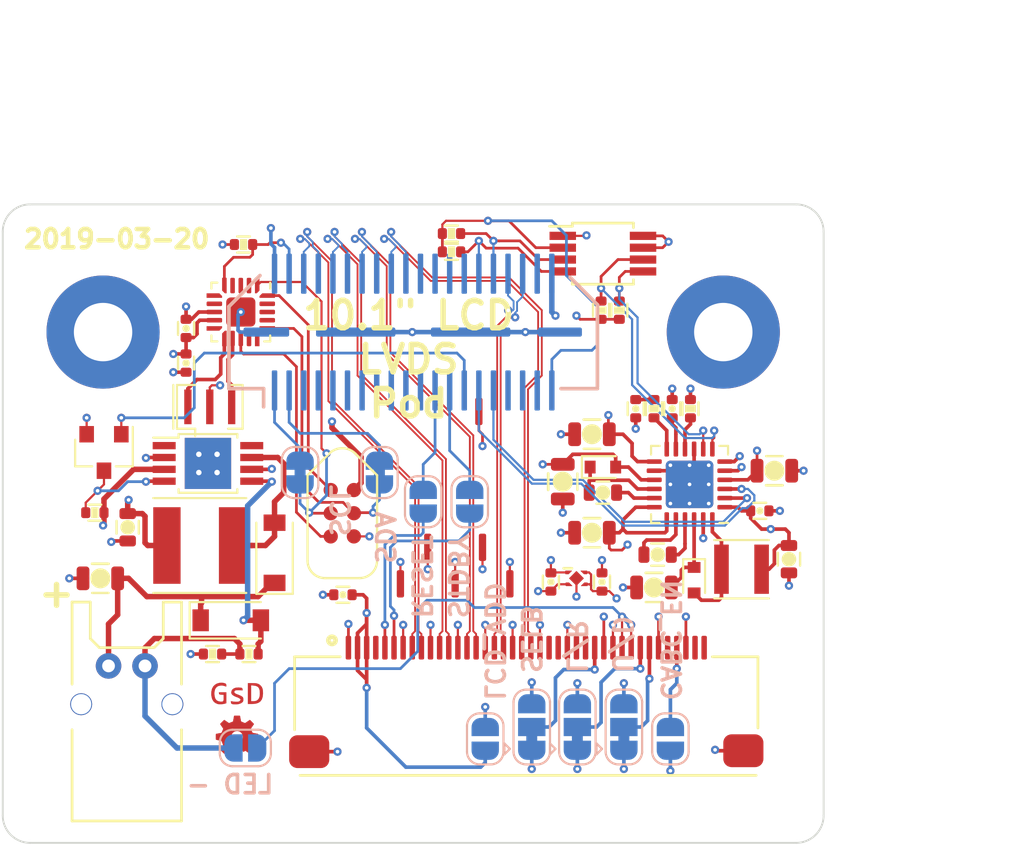
<source format=kicad_pcb>
(kicad_pcb (version 20171130) (host pcbnew 5.1.6-c6e7f7d~86~ubuntu18.04.1)
  (title_block (title "SYZYGY LVDS 10.1\" LCD Pod") (date 2020-05-23) (rev r1.0))
  (layers (0 F.Cu signal) (1 In1.Cu power) (2 In2.Cu signal) (31 B.Cu signal) (34 B.Paste user) (35 F.Paste user) (36 B.SilkS user) (37 F.SilkS user) (38 B.Mask user) (39 F.Mask user) (44 Edge.Cuts user))
  (net 0 "")
  (net 1 GND)
  (net 2 +5V)
  (net 3 "Net-(J1-Pad5)")
  (net 4 /RXIN_0_P)
  (net 5 "Net-(J1-Pad7)")
  (net 6 /RXIN_0_N)
  (net 7 "Net-(J1-Pad9)")
  (net 8 /RXIN_1_P)
  (net 9 "Net-(J1-Pad11)")
  (net 10 /RXIN_1_N)
  (net 11 "Net-(J1-Pad13)")
  (net 12 /RXIN_2_P)
  (net 13 "Net-(J1-Pad15)")
  (net 14 /RXIN_2_N)
  (net 15 "Net-(J1-Pad17)")
  (net 16 /RXIN_3_P)
  (net 17 "Net-(J1-Pad19)")
  (net 18 /RXIN_3_N)
  (net 19 "Net-(J1-Pad21)")
  (net 20 "Net-(J1-Pad22)")
  (net 21 "Net-(J1-Pad23)")
  (net 22 "Net-(J1-Pad24)")
  (net 23 "Net-(J1-Pad25)")
  (net 24 "Net-(J1-Pad26)")
  (net 25 "Net-(J1-Pad28)")
  (net 26 "Net-(J1-Pad33)")
  (net 27 /CLK_P)
  (net 28 "Net-(J1-Pad35)")
  (net 29 /CLK_N)
  (net 30 "Net-(J1-Pad37)")
  (net 31 "Net-(J1-Pad38)")
  (net 32 "Net-(U1-Pad19)")
  (net 33 "Net-(U1-Pad18)")
  (net 34 "Net-(U1-Pad17)")
  (net 35 "Net-(U1-Pad15)")
  (net 36 "Net-(U1-Pad14)")
  (net 37 "Net-(U1-Pad12)")
  (net 38 "Net-(U1-Pad11)")
  (net 39 "Net-(U1-Pad10)")
  (net 40 +3V3)
  (net 41 "Net-(U1-Pad7)")
  (net 42 "Net-(U1-Pad6)")
  (net 43 "Net-(U1-Pad4)")
  (net 44 "Net-(U1-Pad3)")
  (net 45 "Net-(U1-Pad2)")
  (net 46 "Net-(C3-Pad1)")
  (net 47 "Net-(C4-Pad1)")
  (net 48 "Net-(C5-Pad2)")
  (net 49 "Net-(C5-Pad1)")
  (net 50 "Net-(C6-Pad2)")
  (net 51 "Net-(C6-Pad1)")
  (net 52 "/LCD PMIC/VOUT")
  (net 53 "Net-(D1-Pad2)")
  (net 54 "Net-(R2-Pad1)")
  (net 55 "Net-(R3-Pad2)")
  (net 56 /VGH)
  (net 57 /CABC_EN)
  (net 58 /VGL)
  (net 59 /U\D)
  (net 60 /L\R)
  (net 61 /LED-)
  (net 62 /AVDD)
  (net 63 /SELB)
  (net 64 /DIMO)
  (net 65 /STBYB)
  (net 66 /RESET)
  (net 67 /VDD)
  (net 68 /VCOM)
  (net 69 "/LCD PMIC/LED+")
  (net 70 "Net-(D3-Pad2)")
  (net 71 "Net-(D4-Pad2)")
  (net 72 "Net-(Q1-Pad3)")
  (net 73 "/LCD PMIC/LED-")
  (net 74 "Net-(U3-Pad1)")
  (net 75 "Net-(U3-Pad8)")
  (net 76 "Net-(J2-Pad40)")
  (net 77 "Net-(J2-Pad39)")
  (net 78 "Net-(J2-Pad36)")
  (net 79 "Net-(J2-Pad26)")
  (net 80 "Net-(J2-Pad24)")
  (net 81 "Net-(J2-Pad23)")
  (net 82 "Net-(J2-Pad4)")
  (net 83 "/Peripheral MCU/MISO")
  (net 84 "/Peripheral MCU/MOSI")
  (net 85 "/Peripheral MCU/~RESET")
  (net 86 "/Peripheral MCU/SCK")
  (net 87 /SCL)
  (net 88 /SDA)
  (net 89 /RGA)
  (net 90 /LCD_EN)
  (net 91 /LCD_DIM)
  (net 92 /LCD_PMIC_SDA)
  (net 93 /LCD_PMIC_SCL)
  (net 94 /LCD_PMIC_FAULT)
  (net 95 "Net-(R11-Pad2)")
  (net 96 "Net-(R12-Pad2)")
  (net 97 /VCCIO)
  (module Jumper:SolderJumper-2_P1.3mm_Open_RoundedPad1.0x1.5mm (layer B.Cu) (at 133.95 110.5 270)
    (fp_text reference JP10 hide)
    (fp_text value SolderJumper_2_Bridged hide)
    (pad 2 smd custom (at 0.65 0 270) (size 1 0.5) (layers B.Cu B.Mask) (net 67 /VDD) (options (clearance outline) (anchor rect)) (primitives (gr_circle (center 0 -0.25) (end 0.5 -0.25) (width 0)) (gr_circle (center 0 0.25) (end 0.5 0.25) (width 0)) (gr_poly (pts (xy 0 0.75) (xy -0.5 0.75) (xy -0.5 -0.75) (xy 0 -0.75)) (width 0))))
    (pad 1 smd custom (at -0.65 0 270) (size 1 0.5) (layers B.Cu B.Mask) (net 40 +3V3) (options (clearance outline) (anchor rect)) (primitives (gr_circle (center 0 -0.25) (end 0.5 -0.25) (width 0)) (gr_circle (center 0 0.25) (end 0.5 0.25) (width 0)) (gr_poly (pts (xy 0 0.75) (xy 0.5 0.75) (xy 0.5 -0.75) (xy 0 -0.75)) (width 0))))
  )
  (module gkl_housings_son:X2SON_4_1.0x1.0mm (layer F.Cu) (at 138.95 101.7)
    (fp_text reference U5 hide)
    (fp_text value NCP167 hide)
    (pad 2 smd custom (at -0.5 0.325) (size 0.18 0.2) (layers F.Cu F.Paste F.Mask) (net 1 GND) (options (clearance outline) (anchor rect)) (primitives (gr_poly (pts (xy 0.09 -0.1) (xy 0.27 0.075) (xy 0.27 0.1) (xy 0.09 0.1)) (width 0))))
    (pad 4 smd custom (at 0.5 -0.325 180) (size 0.18 0.2) (layers F.Cu F.Paste F.Mask) (net 2 +5V) (options (clearance outline) (anchor rect)) (primitives (gr_poly (pts (xy 0.09 -0.1) (xy 0.27 0.075) (xy 0.27 0.1) (xy 0.09 0.1)) (width 0))))
    (pad 3 smd custom (at 0.52 0.325 180) (size 0.18 0.2) (layers F.Cu F.Paste F.Mask) (net 2 +5V) (options (clearance outline) (anchor rect)) (primitives (gr_poly (pts (xy 0.09 -0.1) (xy 0.27 -0.1) (xy 0.27 -0.075) (xy 0.09 0.1)) (width 0))))
    (pad 1 smd custom (at -0.52 -0.325) (size 0.18 0.2) (layers F.Cu F.Paste F.Mask) (net 67 /VDD) (options (clearance outline) (anchor rect)) (primitives (gr_poly (pts (xy 0.09 -0.1) (xy 0.27 -0.1) (xy 0.27 -0.075) (xy 0.09 0.1)) (width 0))))
    (pad 2 smd rect (at 0 0 45) (size 0.58 0.58) (layers F.Cu F.Paste F.Mask) (net 1 GND))
  )
  (module pkl_dipol:C_0402 (layer F.Cu) (at 137.55 101.9 270)
    (fp_text reference C18 hide)
    (fp_text value 100nF hide)
    (pad 2 smd roundrect (at 0.5 0 270) (size 0.5 0.6) (layers F.Cu F.Paste F.Mask) (net 1 GND))
    (pad 1 smd roundrect (at -0.5 0 270) (size 0.5 0.6) (layers F.Cu F.Paste F.Mask) (net 67 /VDD))
  )
  (module pkl_dipol:C_0402 (layer F.Cu) (at 126.15 102.6 180)
    (fp_text reference C17 hide)
    (fp_text value 1uF hide)
    (pad 2 smd roundrect (at 0.5 0 180) (size 0.5 0.6) (layers F.Cu F.Paste F.Mask) (net 1 GND))
    (pad 1 smd roundrect (at -0.5 0 180) (size 0.5 0.6) (layers F.Cu F.Paste F.Mask) (net 67 /VDD))
  )
  (module pkl_dipol:C_0402 (layer F.Cu) (at 140.35 101.9 90)
    (fp_text reference C16 hide)
    (fp_text value 100n hide)
    (pad 2 smd roundrect (at 0.5 0 90) (size 0.5 0.6) (layers F.Cu F.Paste F.Mask) (net 1 GND))
    (pad 1 smd roundrect (at -0.5 0 90) (size 0.5 0.6) (layers F.Cu F.Paste F.Mask) (net 2 +5V))
  )
  (module gkl_logos:oshw_small (layer F.Cu) (at 120.35 110.3)
    (fp_text reference G*** hide)
    (fp_text value LOGO hide)
    (fp_poly (pts (xy 0.034434 -1.070644) (xy 0.067967 -1.070441) (xy 0.094854 -1.070081) (xy 0.115679 -1.069545) (xy 0.131028 -1.068815) (xy 0.141484 -1.067873) (xy 0.147631 -1.0667) (xy 0.14957 -1.065823) (xy 0.151728 -1.062359) (xy 0.154421 -1.054534) (xy 0.157762 -1.041831) (xy 0.161865 -1.023736) (xy 0.166844 -0.999734) (xy 0.172812 -0.969309) (xy 0.179883 -0.931946) (xy 0.18387 -0.910492) (xy 0.191899 -0.867626) (xy 0.198777 -0.832133) (xy 0.204579 -0.803667) (xy 0.20938 -0.781882) (xy 0.213256 -0.766433) (xy 0.216284 -0.756974) (xy 0.218192 -0.753437) (xy 0.223255 -0.750437) (xy 0.23444 -0.745046) (xy 0.250596 -0.737743) (xy 0.270577 -0.729006) (xy 0.293232 -0.719311) (xy 0.317413 -0.709137) (xy 0.34197 -0.698962) (xy 0.365756 -0.689262) (xy 0.387621 -0.680517) (xy 0.406415 -0.673202) (xy 0.420991 -0.667796) (xy 0.430199 -0.664778) (xy 0.432574 -0.664308) (xy 0.436931 -0.666453) (xy 0.446994 -0.672572) (xy 0.46204 -0.682192) (xy 0.48135 -0.69484) (xy 0.504202 -0.710041) (xy 0.529876 -0.727323) (xy 0.557649 -0.746211) (xy 0.566444 -0.752231) (xy 0.594625 -0.771491) (xy 0.620833 -0.789294) (xy 0.644361 -0.805167) (xy 0.664502 -0.81864) (xy 0.68055 -0.82924) (xy 0.691799 -0.836496) (xy 0.697543 -0.839936) (xy 0.698099 -0.840154) (xy 0.702045 -0.837466) (xy 0.710615 -0.829883) (xy 0.723103 -0.818125) (xy 0.738801 -0.802913) (xy 0.757001 -0.784968) (xy 0.776995 -0.765011) (xy 0.798076 -0.743762) (xy 0.819537 -0.721943) (xy 0.840668 -0.700273) (xy 0.860764 -0.679473) (xy 0.879116 -0.660265) (xy 0.895016 -0.643369) (xy 0.907757 -0.629505) (xy 0.916632 -0.619395) (xy 0.920932 -0.613759) (xy 0.921212 -0.612916) (xy 0.918584 -0.608605) (xy 0.912018 -0.598596) (xy 0.902013 -0.583627) (xy 0.889064 -0.564435) (xy 0.873671 -0.541758) (xy 0.856331 -0.516332) (xy 0.837541 -0.488894) (xy 0.834677 -0.484721) (xy 0.815763 -0.456987) (xy 0.798327 -0.431061) (xy 0.782855 -0.407691) (xy 0.769833 -0.387628) (xy 0.759747 -0.371622) (xy 0.753081 -0.360422) (xy 0.750324 -0.35478) (xy 0.750277 -0.354467) (xy 0.751805 -0.348645) (xy 0.756066 -0.336833) (xy 0.762575 -0.320162) (xy 0.770846 -0.299763) (xy 0.780396 -0.276769) (xy 0.790739 -0.25231) (xy 0.801391 -0.22752) (xy 0.811866 -0.203529) (xy 0.821679 -0.181469) (xy 0.830347 -0.162471) (xy 0.837383 -0.147669) (xy 0.842304 -0.138192) (xy 0.844118 -0.135445) (xy 0.847693 -0.13317) (xy 0.854829 -0.13053) (xy 0.866139 -0.127386) (xy 0.882232 -0.123601) (xy 0.903722 -0.119039) (xy 0.931219 -0.113561) (xy 0.965334 -0.10703) (xy 0.996918 -0.10112) (xy 1.037379 -0.09352) (xy 1.070645 -0.087079) (xy 1.097233 -0.081681) (xy 1.117657 -0.077211) (xy 1.132435 -0.073556) (xy 1.142081 -0.070599) (xy 1.147113 -0.068226) (xy 1.147885 -0.067505) (xy 1.149215 -0.0638) (xy 1.150302 -0.05616) (xy 1.151165 -0.044) (xy 1.151823 -0.026735) (xy 1.152293 -0.003782) (xy 1.152594 0.025445) (xy 1.152744 0.061528) (xy 1.152769 0.088391) (xy 1.152737 0.127046) (xy 1.152622 0.158623) (xy 1.152394 0.183862) (xy 1.152024 0.2035) (xy 1.151483 0.218275) (xy 1.150742 0.228927) (xy 1.149772 0.236191) (xy 1.148544 0.240808) (xy 1.147028 0.243515) (xy 1.146629 0.243952) (xy 1.140833 0.248843) (xy 1.138213 0.250093) (xy 1.133978 0.250781) (xy 1.122934 0.25274) (xy 1.105954 0.25581) (xy 1.08391 0.259832) (xy 1.057677 0.264646) (xy 1.028128 0.270094) (xy 0.996838 0.275885) (xy 0.955612 0.283642) (xy 0.921763 0.290266) (xy 0.894946 0.295832) (xy 0.874815 0.300417) (xy 0.861026 0.304097) (xy 0.853234 0.30695) (xy 0.851445 0.308124) (xy 0.848436 0.313325) (xy 0.843095 0.324719) (xy 0.835867 0.341193) (xy 0.827199 0.361634) (xy 0.817539 0.38493) (xy 0.807332 0.409969) (xy 0.797024 0.435639) (xy 0.787064 0.460827) (xy 0.777896 0.48442) (xy 0.769968 0.505307) (xy 0.763726 0.522375) (xy 0.759617 0.534513) (xy 0.758086 0.540606) (xy 0.758085 0.540687) (xy 0.760235 0.545487) (xy 0.76635 0.555935) (xy 0.775934 0.571262) (xy 0.78849 0.590698) (xy 0.803521 0.613476) (xy 0.82053 0.638825) (xy 0.838801 0.665655) (xy 0.857314 0.69275) (xy 0.874414 0.717967) (xy 0.889593 0.740547) (xy 0.902348 0.759729) (xy 0.912171 0.774754) (xy 0.918559 0.784861) (xy 0.921002 0.789276) (xy 0.918645 0.793571) (xy 0.910956 0.802932) (xy 0.898247 0.817025) (xy 0.880834 0.835513) (xy 0.859031 0.858062) (xy 0.833152 0.884336) (xy 0.813356 0.904189) (xy 0.785293 0.932138) (xy 0.762177 0.954975) (xy 0.743486 0.973171) (xy 0.728699 0.987199) (xy 0.717295 0.997529) (xy 0.708752 1.004633) (xy 0.702549 1.008984) (xy 0.698165 1.011053) (xy 0.695078 1.011313) (xy 0.695008 1.011299) (xy 0.689679 1.008695) (xy 0.678758 1.002154) (xy 0.663066 0.99221) (xy 0.643424 0.979394) (xy 0.62065 0.964241) (xy 0.595565 0.947284) (xy 0.576538 0.93426) (xy 0.550366 0.916286) (xy 0.526022 0.899625) (xy 0.504309 0.884826) (xy 0.486032 0.872434) (xy 0.471995 0.862994) (xy 0.463004 0.857053) (xy 0.460102 0.855246) (xy 0.457078 0.854255) (xy 0.452913 0.85445) (xy 0.446778 0.856201) (xy 0.437842 0.859876) (xy 0.425276 0.865845) (xy 0.40825 0.874477) (xy 0.385936 0.886143) (xy 0.360636 0.899546) (xy 0.347626 0.906182) (xy 0.339529 0.909288) (xy 0.33452 0.909294) (xy 0.330772 0.90663) (xy 0.330728 0.906585) (xy 0.328208 0.901935) (xy 0.32306 0.890769) (xy 0.315582 0.873809) (xy 0.306072 0.851778) (xy 0.294829 0.825397) (xy 0.282152 0.795391) (xy 0.268338 0.762481) (xy 0.253687 0.727389) (xy 0.238496 0.690838) (xy 0.223064 0.653551) (xy 0.20769 0.616249) (xy 0.192671 0.579657) (xy 0.178307 0.544495) (xy 0.164895 0.511487) (xy 0.152734 0.481354) (xy 0.142123 0.45482) (xy 0.133359 0.432607) (xy 0.126742 0.415438) (xy 0.122569 0.404034) (xy 0.121139 0.399138) (xy 0.124539 0.392081) (xy 0.134948 0.383227) (xy 0.143608 0.377584) (xy 0.188619 0.346069) (xy 0.227109 0.310716) (xy 0.258915 0.271782) (xy 0.283869 0.229527) (xy 0.301808 0.184209) (xy 0.312567 0.136086) (xy 0.315359 0.108587) (xy 0.314642 0.058353) (xy 0.306583 0.010097) (xy 0.291531 -0.035584) (xy 0.269836 -0.078095) (xy 0.241847 -0.11684) (xy 0.207914 -0.151221) (xy 0.168387 -0.180642) (xy 0.134816 -0.19932) (xy 0.09804 -0.215073) (xy 0.063083 -0.225281) (xy 0.027012 -0.2306) (xy -0.009769 -0.23174) (xy -0.059615 -0.227366) (xy -0.107125 -0.215762) (xy -0.151692 -0.19732) (xy -0.19271 -0.172431) (xy -0.229573 -0.141486) (xy -0.261673 -0.104878) (xy -0.288405 -0.062998) (xy -0.296711 -0.046464) (xy -0.308777 -0.018535) (xy -0.317161 0.006857) (xy -0.322405 0.032291) (xy -0.325047 0.060349) (xy -0.325639 0.091831) (xy -0.325267 0.115171) (xy -0.324232 0.133197) (xy -0.322223 0.148402) (xy -0.31893 0.163281) (xy -0.315036 0.177048) (xy -0.299291 0.220105) (xy -0.278927 0.258768) (xy -0.253213 0.293987) (xy -0.221415 0.326713) (xy -0.182801 0.357897) (xy -0.167177 0.368869) (xy -0.15294 0.378857) (xy -0.141274 0.387637) (xy -0.133636 0.394076) (xy -0.131448 0.396632) (xy -0.132459 0.401252) (xy -0.136161 0.4122) (xy -0.142219 0.428599) (xy -0.150296 0.449572) (xy -0.160055 0.474241) (xy -0.171161 0.50173) (xy -0.179518 0.522086) (xy -0.193998 0.557143) (xy -0.210561 0.597269) (xy -0.228319 0.640305) (xy -0.246379 0.684094) (xy -0.263853 0.726476) (xy -0.279849 0.765293) (xy -0.283708 0.774661) (xy -0.30004 0.813926) (xy -0.313973 0.846607) (xy -0.325441 0.872561) (xy -0.334378 0.89164) (xy -0.340718 0.903701) (xy -0.344396 0.908596) (xy -0.344568 0.908672) (xy -0.350459 0.907652) (xy -0.362082 0.903112) (xy -0.378438 0.895496) (xy -0.398524 0.885252) (xy -0.405826 0.881357) (xy -0.424649 0.871324) (xy -0.441113 0.862757) (xy -0.453973 0.856287) (xy -0.46198 0.852547) (xy -0.463947 0.851877) (xy -0.467846 0.854015) (xy -0.477435 0.860098) (xy -0.491969 0.869632) (xy -0.510708 0.882121) (xy -0.532909 0.897072) (xy -0.557828 0.913989) (xy -0.584152 0.931985) (xy -0.611219 0.950401) (xy -0.636511 0.967326) (xy -0.659249 0.982258) (xy -0.678656 0.994701) (xy -0.693953 1.004152) (xy -0.704362 1.010115) (xy -0.709029 1.012093) (xy -0.714317 1.009227) (xy -0.724895 1.00064) (xy -0.740744 0.986349) (xy -0.761845 0.96637) (xy -0.788182 0.940721) (xy -0.819737 0.909417) (xy -0.823573 0.905582) (xy -0.854778 0.874147) (xy -0.880703 0.847573) (xy -0.901264 0.825951) (xy -0.916376 0.809369) (xy -0.925955 0.797919) (xy -0.929919 0.79169) (xy -0.930031 0.791085) (xy -0.92788 0.786115) (xy -0.921763 0.775509) (xy -0.912177 0.760045) (xy -0.899622 0.740501) (xy -0.884598 0.717654) (xy -0.867603 0.692282) (xy -0.849923 0.666309) (xy -0.829505 0.636295) (xy -0.811454 0.609266) (xy -0.796155 0.585826) (xy -0.783993 0.566582) (xy -0.775352 0.552136) (xy -0.770619 0.543095) (xy -0.769815 0.540513) (xy -0.771264 0.534264) (xy -0.77531 0.521968) (xy -0.781505 0.504746) (xy -0.789401 0.483717) (xy -0.79855 0.460001) (xy -0.808503 0.434718) (xy -0.818812 0.408988) (xy -0.829028 0.38393) (xy -0.838704 0.360665) (xy -0.847389 0.340312) (xy -0.854637 0.323991) (xy -0.859999 0.312821) (xy -0.862902 0.308036) (xy -0.867671 0.305602) (xy -0.87803 0.302427) (xy -0.894356 0.298426) (xy -0.917028 0.293518) (xy -0.946424 0.287618) (xy -0.982922 0.280644) (xy -1.010138 0.275586) (xy -1.047747 0.268606) (xy -1.078379 0.262788) (xy -1.102761 0.257964) (xy -1.121618 0.253968) (xy -1.135675 0.250632) (xy -1.145658 0.24779) (xy -1.152293 0.245274) (xy -1.156305 0.242918) (xy -1.157654 0.241632) (xy -1.15942 0.239026) (xy -1.160856 0.235261) (xy -1.161994 0.229569) (xy -1.162869 0.221179) (xy -1.163515 0.209321) (xy -1.163965 0.193226) (xy -1.164254 0.172124) (xy -1.164415 0.145246) (xy -1.164483 0.111821) (xy -1.164492 0.086283) (xy -1.164428 0.045824) (xy -1.164221 0.01259) (xy -1.163855 -0.014004) (xy -1.163309 -0.034547) (xy -1.162566 -0.049626) (xy -1.161607 -0.05983) (xy -1.160413 -0.065746) (xy -1.159607 -0.06744) (xy -1.155945 -0.069673) (xy -1.147653 -0.072467) (xy -1.134227 -0.075935) (xy -1.115162 -0.080188) (xy -1.089954 -0.085337) (xy -1.058098 -0.091496) (xy -1.019091 -0.098774) (xy -1.014046 -0.099703) (xy -0.981474 -0.105744) (xy -0.950996 -0.111504) (xy -0.92355 -0.116796) (xy -0.900074 -0.121436) (xy -0.881505 -0.125239) (xy -0.86878 -0.128019) (xy -0.862911 -0.129562) (xy -0.859518 -0.13152) (xy -0.855885 -0.135299) (xy -0.851618 -0.141672) (xy -0.846325 -0.151412) (xy -0.839613 -0.165293) (xy -0.831087 -0.184087) (xy -0.820354 -0.208567) (xy -0.807226 -0.239032) (xy -0.795686 -0.266257) (xy -0.785233 -0.291524) (xy -0.776256 -0.313841) (xy -0.769147 -0.332215) (xy -0.764295 -0.345655) (xy -0.762091 -0.353168) (xy -0.762 -0.353986) (xy -0.764265 -0.359917) (xy -0.770911 -0.371817) (xy -0.781717 -0.389337) (xy -0.796461 -0.412131) (xy -0.814922 -0.43985) (xy -0.836876 -0.472148) (xy -0.844752 -0.483608) (xy -0.863574 -0.511131) (xy -0.880974 -0.536957) (xy -0.896447 -0.560306) (xy -0.909488 -0.580402) (xy -0.919593 -0.596466) (xy -0.926256 -0.607719) (xy -0.928974 -0.613383) (xy -0.928997 -0.613507) (xy -0.928723 -0.616663) (xy -0.926741 -0.620996) (xy -0.922573 -0.627032) (xy -0.915741 -0.635298) (xy -0.905766 -0.646322) (xy -0.892169 -0.66063) (xy -0.874471 -0.678749) (xy -0.852194 -0.701206) (xy -0.824859 -0.728528) (xy -0.821132 -0.732243) (xy -0.789304 -0.763769) (xy -0.762732 -0.789677) (xy -0.74133 -0.810047) (xy -0.725007 -0.824962) (xy -0.713675 -0.834505) (xy -0.707246 -0.838758) (xy -0.705927 -0.838966) (xy -0.701497 -0.836315) (xy -0.69137 -0.829716) (xy -0.676277 -0.819663) (xy -0.656953 -0.806651) (xy -0.634129 -0.791172) (xy -0.608539 -0.773722) (xy -0.580914 -0.754793) (xy -0.574689 -0.750515) (xy -0.546742 -0.731402) (xy -0.520662 -0.713761) (xy -0.497181 -0.69807) (xy -0.477028 -0.68481) (xy -0.460937 -0.674462) (xy -0.449637 -0.667505) (xy -0.44386 -0.664419) (xy -0.443397 -0.664307) (xy -0.438246 -0.665738) (xy -0.426954 -0.669755) (xy -0.410596 -0.675946) (xy -0.390249 -0.683898) (xy -0.366989 -0.6932) (xy -0.350632 -0.69985) (xy -0.317571 -0.713385) (xy -0.291012 -0.724298) (xy -0.270221 -0.732923) (xy -0.254468 -0.739595) (xy -0.24302 -0.744651) (xy -0.235143 -0.748424) (xy -0.230107 -0.751249) (xy -0.227177 -0.753463) (xy -0.225623 -0.7554) (xy -0.224711 -0.757395) (xy -0.224679 -0.757476) (xy -0.223541 -0.762317) (xy -0.221174 -0.773804) (xy -0.217774 -0.790899) (xy -0.213539 -0.812567) (xy -0.208664 -0.837768) (xy -0.203347 -0.865466) (xy -0.197785 -0.894622) (xy -0.192175 -0.9242) (xy -0.186713 -0.953161) (xy -0.181597 -0.980468) (xy -0.177024 -1.005084) (xy -0.17319 -1.025971) (xy -0.170292 -1.042092) (xy -0.168528 -1.052408) (xy -0.168065 -1.055775) (xy -0.165582 -1.060348) (xy -0.16189 -1.064567) (xy -0.159523 -1.066154) (xy -0.155419 -1.067447) (xy -0.14884 -1.068475) (xy -0.139047 -1.069267) (xy -0.125302 -1.069852) (xy -0.106868 -1.070259) (xy -0.083005 -1.070518) (xy -0.052976 -1.070657) (xy -0.016043 -1.070706) (xy -0.006329 -1.070708) (xy 0.034434 -1.070644)) (layer F.Cu) (width 0.01))
  )
  (module gkl_logos:gsd_logo_small (layer F.Cu) (at 120.35 108.1)
    (fp_text reference G*** hide)
    (fp_text value LOGO hide)
    (fp_poly (pts (xy 0.809625 -0.656049) (xy 0.948894 -0.652824) (xy 1.055352 -0.641742) (xy 1.138164 -0.620435) (xy 1.206496 -0.586535) (xy 1.269512 -0.537672) (xy 1.270237 -0.537018) (xy 1.340037 -0.45732) (xy 1.386054 -0.362298) (xy 1.410458 -0.244688) (xy 1.415419 -0.097228) (xy 1.413931 -0.056017) (xy 1.39408 0.106816) (xy 1.349894 0.237949) (xy 1.279148 0.339287) (xy 1.179619 0.412731) (xy 1.049083 0.460187) (xy 0.885316 0.483556) (xy 0.779803 0.486833) (xy 0.592667 0.486833) (xy 0.592667 0.338667) (xy 0.762 0.338667) (xy 0.884039 0.338667) (xy 0.998972 0.327347) (xy 1.079303 0.299395) (xy 1.160578 0.233792) (xy 1.215228 0.137724) (xy 1.243868 0.009786) (xy 1.248834 -0.087568) (xy 1.23982 -0.236059) (xy 1.21085 -0.349515) (xy 1.159033 -0.431642) (xy 1.081476 -0.486148) (xy 0.975288 -0.516738) (xy 0.908005 -0.524408) (xy 0.762 -0.534855) (xy 0.762 0.338667) (xy 0.592667 0.338667) (xy 0.592667 -0.656167) (xy 0.809625 -0.656049)) (layer F.Cu) (width 0.01))
    (fp_poly (pts (xy 0.162577 -0.408638) (xy 0.231651 -0.397665) (xy 0.269226 -0.38476) (xy 0.285863 -0.363181) (xy 0.292122 -0.326181) (xy 0.292151 -0.325883) (xy 0.298552 -0.260216) (xy 0.140244 -0.270375) (xy 0.023554 -0.274289) (xy -0.058453 -0.267638) (xy -0.112413 -0.249068) (xy -0.144962 -0.217221) (xy -0.1483 -0.211417) (xy -0.159408 -0.158528) (xy -0.131713 -0.111118) (xy -0.063856 -0.06759) (xy -0.005378 -0.043426) (xy 0.120986 0.004376) (xy 0.212326 0.044812) (xy 0.274186 0.082617) (xy 0.312111 0.122522) (xy 0.331646 0.16926) (xy 0.338334 0.227561) (xy 0.338667 0.250217) (xy 0.332061 0.319458) (xy 0.306108 0.369754) (xy 0.275785 0.401589) (xy 0.193201 0.454029) (xy 0.081845 0.489442) (xy -0.047579 0.506087) (xy -0.184364 0.50222) (xy -0.264583 0.489528) (xy -0.310364 0.472303) (xy -0.330277 0.436937) (xy -0.334784 0.40645) (xy -0.341485 0.336834) (xy -0.228951 0.353625) (xy -0.077646 0.369325) (xy 0.038464 0.366191) (xy 0.11832 0.344321) (xy 0.151534 0.318598) (xy 0.179753 0.277874) (xy 0.1905 0.251655) (xy 0.170586 0.212403) (xy 0.114686 0.169922) (xy 0.028559 0.127998) (xy -0.031142 0.106035) (xy -0.115912 0.072019) (xy -0.195079 0.030549) (xy -0.245396 -0.004577) (xy -0.292577 -0.05312) (xy -0.313312 -0.100997) (xy -0.3175 -0.159315) (xy -0.298442 -0.24985) (xy -0.244324 -0.323152) (xy -0.159727 -0.376842) (xy -0.04923 -0.40854) (xy 0.082583 -0.415868) (xy 0.162577 -0.408638)) (layer F.Cu) (width 0.01))
    (fp_poly (pts (xy -0.729586 -0.662399) (xy -0.677333 -0.647505) (xy -0.626418 -0.62313) (xy -0.603622 -0.588205) (xy -0.59668 -0.543282) (xy -0.593267 -0.492195) (xy -0.600915 -0.471095) (xy -0.629252 -0.474961) (xy -0.684652 -0.497417) (xy -0.793084 -0.52487) (xy -0.911313 -0.52619) (xy -1.021487 -0.502134) (xy -1.067329 -0.481194) (xy -1.152001 -0.414193) (xy -1.209167 -0.323118) (xy -1.240724 -0.203739) (xy -1.248833 -0.077437) (xy -1.235812 0.076285) (xy -1.196686 0.196724) (xy -1.131367 0.283993) (xy -1.039764 0.338206) (xy -0.921786 0.359477) (xy -0.902158 0.359833) (xy -0.827591 0.358133) (xy -0.78048 0.347764) (xy -0.754524 0.320825) (xy -0.743421 0.269416) (xy -0.740872 0.185636) (xy -0.740833 0.157542) (xy -0.740833 -0.019054) (xy -0.862541 -0.025402) (xy -0.931356 -0.030401) (xy -0.968596 -0.039801) (xy -0.985008 -0.059004) (xy -0.990947 -0.089958) (xy -0.997645 -0.148167) (xy -0.592666 -0.148167) (xy -0.592666 0.440359) (xy -0.661458 0.46483) (xy -0.746414 0.485276) (xy -0.850823 0.496713) (xy -0.957542 0.498477) (xy -1.049423 0.489902) (xy -1.085247 0.481267) (xy -1.208581 0.422253) (xy -1.302342 0.335079) (xy -1.367447 0.218338) (xy -1.404808 0.070623) (xy -1.413852 -0.024121) (xy -1.40885 -0.20249) (xy -1.373738 -0.351868) (xy -1.307754 -0.47377) (xy -1.210142 -0.569709) (xy -1.111404 -0.627564) (xy -0.992941 -0.664104) (xy -0.859141 -0.676016) (xy -0.729586 -0.662399)) (layer F.Cu) (width 0.01))
  )
  (module Jumper:SolderJumper-2_P1.3mm_Open_RoundedPad1.0x1.5mm (layer B.Cu) (at 144.1 110.5 90)
    (fp_text reference JP9 hide)
    (fp_text value SolderJumper_2_Open hide)
    (pad 2 smd custom (at 0.65 0 90) (size 1 0.5) (layers B.Cu B.Mask) (net 57 /CABC_EN) (options (clearance outline) (anchor rect)) (primitives (gr_circle (center 0 -0.25) (end 0.5 -0.25) (width 0)) (gr_circle (center 0 0.25) (end 0.5 0.25) (width 0)) (gr_poly (pts (xy 0 0.75) (xy -0.5 0.75) (xy -0.5 -0.75) (xy 0 -0.75)) (width 0))))
    (pad 1 smd custom (at -0.65 0 90) (size 1 0.5) (layers B.Cu B.Mask) (net 40 +3V3) (options (clearance outline) (anchor rect)) (primitives (gr_circle (center 0 -0.25) (end 0.5 -0.25) (width 0)) (gr_circle (center 0 0.25) (end 0.5 0.25) (width 0)) (gr_poly (pts (xy 0 0.75) (xy 0.5 0.75) (xy 0.5 -0.75) (xy 0 -0.75)) (width 0))))
  )
  (module Jumper:SolderJumper-3_P1.3mm_Bridged12_RoundedPad1.0x1.5mm (layer B.Cu) (at 141.55 109.85 90)
    (fp_text reference JP8 hide)
    (fp_text value SolderJumper_3_Bridged12 hide)
    (pad 2 smd rect (at 0 0 90) (size 1 1.5) (layers B.Cu B.Mask) (net 59 /U\D))
    (pad 3 smd custom (at 1.3 0 90) (size 1 0.5) (layers B.Cu B.Mask) (net 40 +3V3) (options (clearance outline) (anchor rect)) (primitives (gr_circle (center 0 -0.25) (end 0.5 -0.25) (width 0)) (gr_circle (center 0 0.25) (end 0.5 0.25) (width 0)) (gr_poly (pts (xy -0.55 0.75) (xy 0 0.75) (xy 0 -0.75) (xy -0.55 -0.75)) (width 0))))
    (pad 1 smd custom (at -1.3 0 90) (size 1 0.5) (layers B.Cu B.Mask) (net 1 GND) (options (clearance outline) (anchor rect)) (primitives (gr_circle (center 0 -0.25) (end 0.5 -0.25) (width 0)) (gr_circle (center 0 0.25) (end 0.5 0.25) (width 0)) (gr_poly (pts (xy 0.55 0.75) (xy 0 0.75) (xy 0 -0.75) (xy 0.55 -0.75)) (width 0)) (gr_poly (pts (xy 0.4 0.3) (xy 0.9 0.3) (xy 0.9 -0.3) (xy 0.4 -0.3)) (width 0))))
  )
  (module Jumper:SolderJumper-3_P1.3mm_Bridged12_RoundedPad1.0x1.5mm (layer B.Cu) (at 139 109.85 90)
    (fp_text reference JP7 hide)
    (fp_text value SolderJumper_3_Bridged12 hide)
    (pad 2 smd rect (at 0 0 90) (size 1 1.5) (layers B.Cu B.Mask) (net 60 /L\R))
    (pad 3 smd custom (at 1.3 0 90) (size 1 0.5) (layers B.Cu B.Mask) (net 40 +3V3) (options (clearance outline) (anchor rect)) (primitives (gr_circle (center 0 -0.25) (end 0.5 -0.25) (width 0)) (gr_circle (center 0 0.25) (end 0.5 0.25) (width 0)) (gr_poly (pts (xy -0.55 0.75) (xy 0 0.75) (xy 0 -0.75) (xy -0.55 -0.75)) (width 0))))
    (pad 1 smd custom (at -1.3 0 90) (size 1 0.5) (layers B.Cu B.Mask) (net 1 GND) (options (clearance outline) (anchor rect)) (primitives (gr_circle (center 0 -0.25) (end 0.5 -0.25) (width 0)) (gr_circle (center 0 0.25) (end 0.5 0.25) (width 0)) (gr_poly (pts (xy 0.55 0.75) (xy 0 0.75) (xy 0 -0.75) (xy 0.55 -0.75)) (width 0)) (gr_poly (pts (xy 0.4 0.3) (xy 0.9 0.3) (xy 0.9 -0.3) (xy 0.4 -0.3)) (width 0))))
  )
  (module Jumper:SolderJumper-3_P1.3mm_Bridged12_RoundedPad1.0x1.5mm (layer B.Cu) (at 136.5 109.85 90)
    (fp_text reference JP6 hide)
    (fp_text value SolderJumper_3_Bridged12 hide)
    (pad 2 smd rect (at 0 0 90) (size 1 1.5) (layers B.Cu B.Mask) (net 63 /SELB))
    (pad 3 smd custom (at 1.3 0 90) (size 1 0.5) (layers B.Cu B.Mask) (net 40 +3V3) (options (clearance outline) (anchor rect)) (primitives (gr_circle (center 0 -0.25) (end 0.5 -0.25) (width 0)) (gr_circle (center 0 0.25) (end 0.5 0.25) (width 0)) (gr_poly (pts (xy -0.55 0.75) (xy 0 0.75) (xy 0 -0.75) (xy -0.55 -0.75)) (width 0))))
    (pad 1 smd custom (at -1.3 0 90) (size 1 0.5) (layers B.Cu B.Mask) (net 1 GND) (options (clearance outline) (anchor rect)) (primitives (gr_circle (center 0 -0.25) (end 0.5 -0.25) (width 0)) (gr_circle (center 0 0.25) (end 0.5 0.25) (width 0)) (gr_poly (pts (xy 0.55 0.75) (xy 0 0.75) (xy 0 -0.75) (xy 0.55 -0.75)) (width 0)) (gr_poly (pts (xy 0.4 0.3) (xy 0.9 0.3) (xy 0.9 -0.3) (xy 0.4 -0.3)) (width 0))))
  )
  (module Jumper:SolderJumper-2_P1.3mm_Open_RoundedPad1.0x1.5mm (layer B.Cu) (at 133.1 97.5 90)
    (fp_text reference JP5 hide)
    (fp_text value SolderJumper_2_Open hide)
    (pad 2 smd custom (at 0.65 0 90) (size 1 0.5) (layers B.Cu B.Mask) (net 23 "Net-(J1-Pad25)") (options (clearance outline) (anchor rect)) (primitives (gr_circle (center 0 -0.25) (end 0.5 -0.25) (width 0)) (gr_circle (center 0 0.25) (end 0.5 0.25) (width 0)) (gr_poly (pts (xy 0 0.75) (xy -0.5 0.75) (xy -0.5 -0.75) (xy 0 -0.75)) (width 0))))
    (pad 1 smd custom (at -0.65 0 90) (size 1 0.5) (layers B.Cu B.Mask) (net 65 /STBYB) (options (clearance outline) (anchor rect)) (primitives (gr_circle (center 0 -0.25) (end 0.5 -0.25) (width 0)) (gr_circle (center 0 0.25) (end 0.5 0.25) (width 0)) (gr_poly (pts (xy 0 0.75) (xy 0.5 0.75) (xy 0.5 -0.75) (xy 0 -0.75)) (width 0))))
  )
  (module Jumper:SolderJumper-2_P1.3mm_Open_RoundedPad1.0x1.5mm (layer B.Cu) (at 130.55 97.5 90)
    (fp_text reference JP4 hide)
    (fp_text value SolderJumper_2_Open hide)
    (pad 2 smd custom (at 0.65 0 90) (size 1 0.5) (layers B.Cu B.Mask) (net 21 "Net-(J1-Pad23)") (options (clearance outline) (anchor rect)) (primitives (gr_circle (center 0 -0.25) (end 0.5 -0.25) (width 0)) (gr_circle (center 0 0.25) (end 0.5 0.25) (width 0)) (gr_poly (pts (xy 0 0.75) (xy -0.5 0.75) (xy -0.5 -0.75) (xy 0 -0.75)) (width 0))))
    (pad 1 smd custom (at -0.65 0 90) (size 1 0.5) (layers B.Cu B.Mask) (net 66 /RESET) (options (clearance outline) (anchor rect)) (primitives (gr_circle (center 0 -0.25) (end 0.5 -0.25) (width 0)) (gr_circle (center 0 0.25) (end 0.5 0.25) (width 0)) (gr_poly (pts (xy 0 0.75) (xy 0.5 0.75) (xy 0.5 -0.75) (xy 0 -0.75)) (width 0))))
  )
  (module Jumper:SolderJumper-2_P1.3mm_Bridged_RoundedPad1.0x1.5mm (layer B.Cu) (at 128.15 95.9 270)
    (fp_text reference JP3 hide)
    (fp_text value SolderJumper_2_Bridged hide)
    (pad 2 smd custom (at 0.65 0 270) (size 1 0.5) (layers B.Cu B.Mask) (net 84 "/Peripheral MCU/MOSI") (options (clearance outline) (anchor rect)) (primitives (gr_circle (center 0 -0.25) (end 0.5 -0.25) (width 0)) (gr_circle (center 0 0.25) (end 0.5 0.25) (width 0)) (gr_poly (pts (xy 0 0.75) (xy -0.5 0.75) (xy -0.5 -0.75) (xy 0 -0.75)) (width 0))))
    (pad 1 smd custom (at -0.65 0 270) (size 1 0.5) (layers B.Cu B.Mask) (net 88 /SDA) (options (clearance outline) (anchor rect)) (primitives (gr_circle (center 0 -0.25) (end 0.5 -0.25) (width 0)) (gr_circle (center 0 0.25) (end 0.5 0.25) (width 0)) (gr_poly (pts (xy 0 0.75) (xy 0.5 0.75) (xy 0.5 -0.75) (xy 0 -0.75)) (width 0)) (gr_poly (pts (xy 0.9 0.3) (xy 0.4 0.3) (xy 0.4 -0.3) (xy 0.9 -0.3)) (width 0))))
  )
  (module Jumper:SolderJumper-2_P1.3mm_Bridged_RoundedPad1.0x1.5mm (layer B.Cu) (at 123.8 95.9 270)
    (fp_text reference JP2 hide)
    (fp_text value SolderJumper_2_Bridged hide)
    (pad 2 smd custom (at 0.65 0 270) (size 1 0.5) (layers B.Cu B.Mask) (net 86 "/Peripheral MCU/SCK") (options (clearance outline) (anchor rect)) (primitives (gr_circle (center 0 -0.25) (end 0.5 -0.25) (width 0)) (gr_circle (center 0 0.25) (end 0.5 0.25) (width 0)) (gr_poly (pts (xy 0 0.75) (xy -0.5 0.75) (xy -0.5 -0.75) (xy 0 -0.75)) (width 0))))
    (pad 1 smd custom (at -0.65 0 270) (size 1 0.5) (layers B.Cu B.Mask) (net 87 /SCL) (options (clearance outline) (anchor rect)) (primitives (gr_circle (center 0 -0.25) (end 0.5 -0.25) (width 0)) (gr_circle (center 0 0.25) (end 0.5 0.25) (width 0)) (gr_poly (pts (xy 0 0.75) (xy 0.5 0.75) (xy 0.5 -0.75) (xy 0 -0.75)) (width 0)) (gr_poly (pts (xy 0.9 0.3) (xy 0.4 0.3) (xy 0.4 -0.3) (xy 0.9 -0.3)) (width 0))))
  )
  (module Jumper:SolderJumper-2_P1.3mm_Open_RoundedPad1.0x1.5mm (layer B.Cu) (at 120.8 111)
    (fp_text reference JP1 hide)
    (fp_text value SolderJumper_2_Open hide)
    (pad 2 smd custom (at 0.65 0) (size 1 0.5) (layers B.Cu B.Mask) (net 61 /LED-) (options (clearance outline) (anchor rect)) (primitives (gr_circle (center 0 -0.25) (end 0.5 -0.25) (width 0)) (gr_circle (center 0 0.25) (end 0.5 0.25) (width 0)) (gr_poly (pts (xy 0 0.75) (xy -0.5 0.75) (xy -0.5 -0.75) (xy 0 -0.75)) (width 0))))
    (pad 1 smd custom (at -0.65 0) (size 1 0.5) (layers B.Cu B.Mask) (net 73 "/LCD PMIC/LED-") (options (clearance outline) (anchor rect)) (primitives (gr_circle (center 0 -0.25) (end 0.5 -0.25) (width 0)) (gr_circle (center 0 0.25) (end 0.5 0.25) (width 0)) (gr_poly (pts (xy 0 0.75) (xy 0.5 0.75) (xy 0.5 -0.75) (xy 0 -0.75)) (width 0))))
  )
  (module "gkl_conn:FH28E-40S-0.5SH(05)" (layer F.Cu) (at 136.2 105.5 180)
    (fp_text reference J2 hide)
    (fp_text value "40P 0.5MM FFC" hide)
    (pad 40 smd roundrect (at -9.75 0 180) (size 0.3 1.3) (layers F.Cu F.Paste F.Mask) (net 76 "Net-(J2-Pad40)"))
    (pad 39 smd roundrect (at -9.25 0 180) (size 0.3 1.3) (layers F.Cu F.Paste F.Mask) (net 77 "Net-(J2-Pad39)"))
    (pad 38 smd roundrect (at -8.75 0 180) (size 0.3 1.3) (layers F.Cu F.Paste F.Mask) (net 56 /VGH))
    (pad 37 smd roundrect (at -8.25 0 180) (size 0.3 1.3) (layers F.Cu F.Paste F.Mask) (net 57 /CABC_EN))
    (pad 36 smd roundrect (at -7.75 0 180) (size 0.3 1.3) (layers F.Cu F.Paste F.Mask) (net 78 "Net-(J2-Pad36)"))
    (pad 35 smd roundrect (at -7.25 0 180) (size 0.3 1.3) (layers F.Cu F.Paste F.Mask) (net 58 /VGL))
    (pad 34 smd roundrect (at -6.75 0 180) (size 0.3 1.3) (layers F.Cu F.Paste F.Mask) (net 59 /U\D))
    (pad 33 smd roundrect (at -6.25 0 180) (size 0.3 1.3) (layers F.Cu F.Paste F.Mask) (net 60 /L\R))
    (pad 32 smd roundrect (at -5.75 0 180) (size 0.3 1.3) (layers F.Cu F.Paste F.Mask) (net 61 /LED-))
    (pad 31 smd roundrect (at -5.25 0 180) (size 0.3 1.3) (layers F.Cu F.Paste F.Mask) (net 61 /LED-))
    (pad 30 smd roundrect (at -4.75 0 180) (size 0.3 1.3) (layers F.Cu F.Paste F.Mask) (net 1 GND))
    (pad 29 smd roundrect (at -4.25 0 180) (size 0.3 1.3) (layers F.Cu F.Paste F.Mask) (net 62 /AVDD))
    (pad 28 smd roundrect (at -3.75 0 180) (size 0.3 1.3) (layers F.Cu F.Paste F.Mask) (net 63 /SELB))
    (pad 27 smd roundrect (at -3.25 0 180) (size 0.3 1.3) (layers F.Cu F.Paste F.Mask) (net 64 /DIMO))
    (pad 26 smd roundrect (at -2.75 0 180) (size 0.3 1.3) (layers F.Cu F.Paste F.Mask) (net 79 "Net-(J2-Pad26)"))
    (pad 25 smd roundrect (at -2.25 0 180) (size 0.3 1.3) (layers F.Cu F.Paste F.Mask) (net 1 GND))
    (pad 24 smd roundrect (at -1.75 0 180) (size 0.3 1.3) (layers F.Cu F.Paste F.Mask) (net 80 "Net-(J2-Pad24)"))
    (pad 23 smd roundrect (at -1.25 0 180) (size 0.3 1.3) (layers F.Cu F.Paste F.Mask) (net 81 "Net-(J2-Pad23)"))
    (pad 22 smd roundrect (at -0.75 0 180) (size 0.3 1.3) (layers F.Cu F.Paste F.Mask) (net 1 GND))
    (pad 21 smd roundrect (at -0.25 0 180) (size 0.3 1.3) (layers F.Cu F.Paste F.Mask) (net 16 /RXIN_3_P))
    (pad 20 smd roundrect (at 0.25 0 180) (size 0.3 1.3) (layers F.Cu F.Paste F.Mask) (net 18 /RXIN_3_N))
    (pad 19 smd roundrect (at 0.75 0 180) (size 0.3 1.3) (layers F.Cu F.Paste F.Mask) (net 1 GND))
    (pad 18 smd roundrect (at 1.25 0 180) (size 0.3 1.3) (layers F.Cu F.Paste F.Mask) (net 27 /CLK_P))
    (pad 17 smd roundrect (at 1.75 0 180) (size 0.3 1.3) (layers F.Cu F.Paste F.Mask) (net 29 /CLK_N))
    (pad 16 smd roundrect (at 2.25 0 180) (size 0.3 1.3) (layers F.Cu F.Paste F.Mask) (net 1 GND))
    (pad 15 smd roundrect (at 2.75 0 180) (size 0.3 1.3) (layers F.Cu F.Paste F.Mask) (net 12 /RXIN_2_P))
    (pad 14 smd roundrect (at 3.25 0 180) (size 0.3 1.3) (layers F.Cu F.Paste F.Mask) (net 14 /RXIN_2_N))
    (pad 13 smd roundrect (at 3.75 0 180) (size 0.3 1.3) (layers F.Cu F.Paste F.Mask) (net 1 GND))
    (pad 12 smd roundrect (at 4.25 0 180) (size 0.3 1.3) (layers F.Cu F.Paste F.Mask) (net 8 /RXIN_1_P))
    (pad 11 smd roundrect (at 4.75 0 180) (size 0.3 1.3) (layers F.Cu F.Paste F.Mask) (net 10 /RXIN_1_N))
    (pad 10 smd roundrect (at 5.25 0 180) (size 0.3 1.3) (layers F.Cu F.Paste F.Mask) (net 1 GND))
    (pad 9 smd roundrect (at 5.75 0 180) (size 0.3 1.3) (layers F.Cu F.Paste F.Mask) (net 4 /RXIN_0_P))
    (pad 8 smd roundrect (at 6.25 0 180) (size 0.3 1.3) (layers F.Cu F.Paste F.Mask) (net 6 /RXIN_0_N))
    (pad 7 smd roundrect (at 6.75 0 180) (size 0.3 1.3) (layers F.Cu F.Paste F.Mask) (net 1 GND))
    (pad 6 smd roundrect (at 7.25 0 180) (size 0.3 1.3) (layers F.Cu F.Paste F.Mask) (net 65 /STBYB))
    (pad 5 smd roundrect (at 7.75 0 180) (size 0.3 1.3) (layers F.Cu F.Paste F.Mask) (net 66 /RESET))
    (pad 4 smd roundrect (at 8.25 0 180) (size 0.3 1.3) (layers F.Cu F.Paste F.Mask) (net 82 "Net-(J2-Pad4)"))
    (pad 3 smd roundrect (at 8.75 0 180) (size 0.3 1.3) (layers F.Cu F.Paste F.Mask) (net 67 /VDD))
    (pad 2 smd roundrect (at 9.25 0 180) (size 0.3 1.3) (layers F.Cu F.Paste F.Mask) (net 67 /VDD))
    (pad 1 smd roundrect (at 9.75 0 180) (size 0.3 1.3) (layers F.Cu F.Paste F.Mask) (net 68 /VCOM))
    (pad MP smd roundrect (at 11.9 -5.7 270) (size 1.8 2.2) (layers F.Cu F.Paste F.Mask) (net 1 GND))
    (pad MP smd roundrect (at -11.9 -5.65 270) (size 1.8 2.2) (layers F.Cu F.Paste F.Mask) (net 1 GND))
  )
  (module Diode_SMD:D_SOD-123 (layer F.Cu) (at 122.4 100.3 90)
    (fp_text reference D3 hide)
    (fp_text value D_Schottky_ALT hide)
    (pad 2 smd rect (at 1.65 0 90) (size 0.9 1.2) (layers F.Cu F.Paste F.Mask) (net 70 "Net-(D3-Pad2)"))
    (pad 1 smd rect (at -1.65 0 90) (size 0.9 1.2) (layers F.Cu F.Paste F.Mask) (net 69 "/LCD PMIC/LED+"))
  )
  (module Inductor_SMD:L_Taiyo-Yuden_MD-5050 (layer F.Cu) (at 118.3 99.9)
    (fp_text reference L2 hide)
    (fp_text value L hide)
    (pad 2 smd rect (at 1.8 0) (size 1.5 4.2) (layers F.Cu F.Paste F.Mask) (net 70 "Net-(D3-Pad2)"))
    (pad 1 smd rect (at -1.8 0) (size 1.5 4.2) (layers F.Cu F.Paste F.Mask) (net 2 +5V))
  )
  (module gkl_conn:SB02B-PASK-2 (layer F.Cu) (at 114.3 106.5)
    (fp_text reference J4 hide)
    (fp_text value "JST PA2" hide)
    (pad 1 thru_hole circle (at -1 0) (size 1.4 1.4) (drill 0.7) (layers *.Cu *.Mask) (net 69 "/LCD PMIC/LED+"))
    (pad 2 thru_hole circle (at 1 0) (size 1.4 1.4) (drill 0.7) (layers *.Cu *.Mask) (net 73 "/LCD PMIC/LED-"))
    (pad "" np_thru_hole circle (at 2.5 2.1) (size 1.2 1.2) (drill 1.1) (layers *.Cu *.Mask))
    (pad "" np_thru_hole circle (at -2.5 2.1) (size 1.2 1.2) (drill 1.1) (layers *.Cu *.Mask))
  )
  (module Package_SO:MSOP-8_3x3mm_P0.65mm (layer F.Cu) (at 140.4 83.9)
    (fp_text reference U4 hide)
    (fp_text value PCA9306 hide)
    (pad 8 smd rect (at 2.2 -0.975) (size 1.45 0.45) (layers F.Cu F.Paste F.Mask) (net 2 +5V))
    (pad 7 smd rect (at 2.2 -0.325) (size 1.45 0.45) (layers F.Cu F.Paste F.Mask) (net 2 +5V))
    (pad 6 smd rect (at 2.2 0.325) (size 1.45 0.45) (layers F.Cu F.Paste F.Mask) (net 95 "Net-(R11-Pad2)"))
    (pad 5 smd rect (at 2.2 0.975) (size 1.45 0.45) (layers F.Cu F.Paste F.Mask) (net 96 "Net-(R12-Pad2)"))
    (pad 4 smd rect (at -2.2 0.975) (size 1.45 0.45) (layers F.Cu F.Paste F.Mask) (net 92 /LCD_PMIC_SDA))
    (pad 3 smd rect (at -2.2 0.325) (size 1.45 0.45) (layers F.Cu F.Paste F.Mask) (net 93 /LCD_PMIC_SCL))
    (pad 2 smd rect (at -2.2 -0.325) (size 1.45 0.45) (layers F.Cu F.Paste F.Mask) (net 97 /VCCIO))
    (pad 1 smd rect (at -2.2 -0.975) (size 1.45 0.45) (layers F.Cu F.Paste F.Mask) (net 1 GND))
  )
  (module pkl_dipol:R_0402 (layer F.Cu) (at 141.3 87 90)
    (fp_text reference R12 hide)
    (fp_text value 2k2 hide)
    (pad 2 smd roundrect (at 0.5 0 90) (size 0.5 0.6) (layers F.Cu F.Paste F.Mask) (net 96 "Net-(R12-Pad2)"))
    (pad 1 smd roundrect (at -0.5 0 90) (size 0.5 0.6) (layers F.Cu F.Paste F.Mask) (net 2 +5V))
  )
  (module pkl_dipol:R_0402 (layer F.Cu) (at 140.3 87 90)
    (fp_text reference R11 hide)
    (fp_text value 2k2 hide)
    (pad 2 smd roundrect (at 0.5 0 90) (size 0.5 0.6) (layers F.Cu F.Paste F.Mask) (net 95 "Net-(R11-Pad2)"))
    (pad 1 smd roundrect (at -0.5 0 90) (size 0.5 0.6) (layers F.Cu F.Paste F.Mask) (net 2 +5V))
  )
  (module pkl_dipol:R_0402 (layer F.Cu) (at 132.1 83.8)
    (fp_text reference R10 hide)
    (fp_text value 2k2 hide)
    (pad 2 smd roundrect (at 0.5 0) (size 0.5 0.6) (layers F.Cu F.Paste F.Mask) (net 92 /LCD_PMIC_SDA))
    (pad 1 smd roundrect (at -0.5 0) (size 0.5 0.6) (layers F.Cu F.Paste F.Mask) (net 97 /VCCIO))
  )
  (module pkl_dipol:R_0402 (layer F.Cu) (at 132.1 82.8)
    (fp_text reference R9 hide)
    (fp_text value 2k2 hide)
    (pad 2 smd roundrect (at 0.5 0) (size 0.5 0.6) (layers F.Cu F.Paste F.Mask) (net 93 /LCD_PMIC_SCL))
    (pad 1 smd roundrect (at -0.5 0) (size 0.5 0.6) (layers F.Cu F.Paste F.Mask) (net 97 /VCCIO))
  )
  (module TP (layer F.Cu) (at 133.6 92.55)
    (fp_text reference REF** hide)
    (fp_text value TP hide)
    (pad 1 smd roundrect (at 0 0) (size 0.4 1.5) (layers F.Cu F.Mask) (net 1 GND))
  )
  (module TP (layer F.Cu) (at 135.3 102)
    (fp_text reference REF** hide)
    (fp_text value TP hide)
    (pad 1 smd roundrect (at 0 0) (size 0.4 1.5) (layers F.Cu F.Mask) (net 1 GND))
  )
  (module TP (layer F.Cu) (at 133.8 100)
    (fp_text reference REF** hide)
    (fp_text value TP hide)
    (pad 1 smd roundrect (at 0 0) (size 0.4 1.5) (layers F.Cu F.Mask) (net 1 GND))
  )
  (module TP (layer F.Cu) (at 132.3 102)
    (fp_text reference REF** hide)
    (fp_text value TP hide)
    (pad 1 smd roundrect (at 0 0) (size 0.4 1.5) (layers F.Cu F.Mask) (net 1 GND))
  )
  (module TP (layer F.Cu) (at 130.8 100)
    (fp_text reference REF** hide)
    (fp_text value TP hide)
    (pad 1 smd roundrect (at 0 0) (size 0.4 1.5) (layers F.Cu F.Mask) (net 1 GND))
  )
  (module TP (layer F.Cu) (at 129.3 102)
    (fp_text reference REF** hide)
    (fp_text value TP hide)
    (pad 1 smd roundrect (at 0 0) (size 0.4 1.5) (layers F.Cu F.Mask) (net 1 GND))
  )
  (module Crystal:Resonator_SMD_muRata_CSTxExxV-3Pin_3.0x1.1mm (layer F.Cu) (at 118.85 92.3)
    (fp_text reference Y1 hide)
    (fp_text value 8MHz hide)
    (pad 3 smd rect (at 1.2 0) (size 0.4 1.9) (layers F.Cu F.Paste F.Mask) (net 37 "Net-(U1-Pad12)"))
    (pad 2 smd rect (at 0 0) (size 0.4 1.9) (layers F.Cu F.Paste F.Mask) (net 1 GND))
    (pad 1 smd rect (at -1.2 0) (size 0.4 1.9) (layers F.Cu F.Paste F.Mask) (net 38 "Net-(U1-Pad11)"))
  )
  (module pkl_tag_connect:TC2030-NL_SMALL (layer F.Cu) (at 126.115 98.13 270)
    (fp_text reference J3 hide)
    (fp_text value TagConnect hide)
    (pad "" np_thru_hole circle (at 2.54 1.016 270) (size 0.98552 0.98552) (drill 0.98552) (layers *.Cu))
    (pad "" np_thru_hole circle (at 2.54 -1.016 270) (size 0.98552 0.98552) (drill 0.98552) (layers *.Cu))
    (pad "" np_thru_hole circle (at -2.54 0 270) (size 0.98806 0.98806) (drill 0.98806) (layers *.Cu))
    (pad 6 connect circle (at 1.27 -0.635 270) (size 0.78486 0.78486) (layers F.Cu F.Mask) (net 1 GND))
    (pad 5 connect circle (at 1.27 0.635 270) (size 0.78486 0.78486) (layers F.Cu F.Mask) (net 85 "/Peripheral MCU/~RESET"))
    (pad 4 connect circle (at 0 -0.635 270) (size 0.78486 0.78486) (layers F.Cu F.Mask) (net 84 "/Peripheral MCU/MOSI"))
    (pad 3 connect circle (at 0 0.635 270) (size 0.78486 0.78486) (layers F.Cu F.Mask) (net 86 "/Peripheral MCU/SCK"))
    (pad 2 connect circle (at -1.27 -0.635 270) (size 0.78486 0.78486) (layers F.Cu F.Mask) (net 40 +3V3))
    (pad 1 connect circle (at -1.27 0.635 270) (size 0.78486 0.78486) (layers F.Cu F.Mask) (net 83 "/Peripheral MCU/MISO"))
  )
  (module pkl_dipol:C_0402 (layer F.Cu) (at 117.55 89.9 270)
    (fp_text reference C15 hide)
    (fp_text value 1uF hide)
    (pad 2 smd roundrect (at 0.5 0 270) (size 0.5 0.6) (layers F.Cu F.Paste F.Mask) (net 1 GND))
    (pad 1 smd roundrect (at -0.5 0 270) (size 0.5 0.6) (layers F.Cu F.Paste F.Mask) (net 40 +3V3))
  )
  (module pkl_dipol:C_0402 (layer F.Cu) (at 117.55 88 90)
    (fp_text reference C14 hide)
    (fp_text value 100n hide)
    (pad 2 smd roundrect (at 0.5 0 90) (size 0.5 0.6) (layers F.Cu F.Paste F.Mask) (net 1 GND))
    (pad 1 smd roundrect (at -0.5 0 90) (size 0.5 0.6) (layers F.Cu F.Paste F.Mask) (net 40 +3V3))
  )
  (module Package_SO:MSOP-8-1EP_3x3mm_P0.65mm_EP2.54x2.8mm_ThermalVias (layer F.Cu) (at 118.75 95.4)
    (fp_text reference U3 hide)
    (fp_text value LM3410 hide)
    (pad 9 smd rect (at 0 0) (size 2.54 2.8) (layers B.Cu) (net 1 GND))
    (pad 9 thru_hole circle (at -0.5 -0.5) (size 0.6 0.6) (drill 0.3) (layers *.Cu *.Mask) (net 1 GND))
    (pad 9 thru_hole circle (at -0.5 0.5) (size 0.6 0.6) (drill 0.3) (layers *.Cu *.Mask) (net 1 GND))
    (pad 9 thru_hole circle (at 0.5 0.5) (size 0.6 0.6) (drill 0.3) (layers *.Cu *.Mask) (net 1 GND))
    (pad 9 thru_hole circle (at 0.5 -0.5) (size 0.6 0.6) (drill 0.3) (layers *.Cu *.Mask) (net 1 GND))
    (pad 5 smd rect (at 2.4 0.975) (size 1.26 0.4) (layers F.Cu F.Paste F.Mask) (net 71 "Net-(D4-Pad2)"))
    (pad 1 smd rect (at -2.4 -0.975) (size 1.26 0.4) (layers F.Cu F.Paste F.Mask) (net 74 "Net-(U3-Pad1)"))
    (pad 4 smd rect (at -2.4 0.975) (size 1.26 0.4) (layers F.Cu F.Paste F.Mask) (net 72 "Net-(Q1-Pad3)"))
    (pad 6 smd rect (at 2.4 0.325) (size 1.26 0.4) (layers F.Cu F.Paste F.Mask) (net 1 GND))
    (pad 2 smd rect (at -2.4 -0.325) (size 1.26 0.4) (layers F.Cu F.Paste F.Mask) (net 1 GND))
    (pad 3 smd rect (at -2.4 0.325) (size 1.26 0.4) (layers F.Cu F.Paste F.Mask) (net 2 +5V))
    (pad 7 smd rect (at 2.4 -0.325) (size 1.26 0.4) (layers F.Cu F.Paste F.Mask) (net 70 "Net-(D3-Pad2)"))
    (pad 9 smd rect (at 0 0) (size 2.54 2.8) (layers F.Cu F.Mask) (net 1 GND))
    (pad 8 smd rect (at 2.4 -0.975) (size 1.26 0.4) (layers F.Cu F.Paste F.Mask) (net 75 "Net-(U3-Pad8)"))
  )
  (module pkl_dipol:R_0402 (layer F.Cu) (at 119 105.85)
    (fp_text reference R6 hide)
    (fp_text value 5K hide)
    (pad 2 smd roundrect (at 0.5 0) (size 0.5 0.6) (layers F.Cu F.Paste F.Mask) (net 73 "/LCD PMIC/LED-"))
    (pad 1 smd roundrect (at -0.5 0) (size 0.5 0.6) (layers F.Cu F.Paste F.Mask) (net 1 GND))
  )
  (module pkl_dipol:R_0402 (layer F.Cu) (at 121 105.85)
    (fp_text reference R5 hide)
    (fp_text value 5K hide)
    (pad 2 smd roundrect (at 0.5 0) (size 0.5 0.6) (layers F.Cu F.Paste F.Mask) (net 71 "Net-(D4-Pad2)"))
    (pad 1 smd roundrect (at -0.5 0) (size 0.5 0.6) (layers F.Cu F.Paste F.Mask) (net 73 "/LCD PMIC/LED-"))
  )
  (module pkl_dipol:R_0402 (layer F.Cu) (at 112.55 98.1 180)
    (fp_text reference R4 hide)
    (fp_text value 5K hide)
    (pad 2 smd roundrect (at 0.5 0 180) (size 0.5 0.6) (layers F.Cu F.Paste F.Mask) (net 72 "Net-(Q1-Pad3)"))
    (pad 1 smd roundrect (at -0.5 0 180) (size 0.5 0.6) (layers F.Cu F.Paste F.Mask) (net 2 +5V))
  )
  (module Package_TO_SOT_SMD:SOT-23 (layer F.Cu) (at 113.05 94.8 270)
    (fp_text reference Q1 hide)
    (fp_text value 2N7002 hide)
    (pad 3 smd rect (at 1 0 270) (size 0.9 0.8) (layers F.Cu F.Paste F.Mask) (net 72 "Net-(Q1-Pad3)"))
    (pad 2 smd rect (at -1 0.95 270) (size 0.9 0.8) (layers F.Cu F.Paste F.Mask) (net 1 GND))
    (pad 1 smd rect (at -1 -0.95 270) (size 0.9 0.8) (layers F.Cu F.Paste F.Mask) (net 91 /LCD_DIM))
  )
  (module Diode_SMD:D_SOD-123 (layer F.Cu) (at 120 104)
    (fp_text reference D4 hide)
    (fp_text value 18V hide)
    (pad 2 smd rect (at 1.65 0) (size 0.9 1.2) (layers F.Cu F.Paste F.Mask) (net 71 "Net-(D4-Pad2)"))
    (pad 1 smd rect (at -1.65 0) (size 0.9 1.2) (layers F.Cu F.Paste F.Mask) (net 69 "/LCD PMIC/LED+"))
  )
  (module pkl_dipol:C_0805 (layer F.Cu) (at 112.85 101.7 180)
    (fp_text reference C13 hide)
    (fp_text value 10uF hide)
    (pad 2 smd roundrect (at 0.95 0 180) (size 0.7 1.3) (layers F.Cu F.Paste F.Mask) (net 1 GND))
    (pad 1 smd roundrect (at -0.95 0 180) (size 0.7 1.3) (layers F.Cu F.Paste F.Mask) (net 69 "/LCD PMIC/LED+"))
  )
  (module pkl_dipol:C_0603 (layer F.Cu) (at 114.35 98.9 270)
    (fp_text reference C12 hide)
    (fp_text value 10uF hide)
    (pad 2 smd roundrect (at 0.75 0 270) (size 0.6 0.9) (layers F.Cu F.Paste F.Mask) (net 1 GND))
    (pad 1 smd roundrect (at -0.75 0 270) (size 0.6 0.9) (layers F.Cu F.Paste F.Mask) (net 2 +5V))
  )
  (module Package_DFN_QFN:QFN-24-1EP_4x4mm_P0.5mm_EP2.6x2.6mm_ThermalVias (layer F.Cu) (at 145.15 96.55 180)
    (fp_text reference U2 hide)
    (fp_text value A8603 hide)
    (pad 24 smd roundrect (at -1.25 -1.9375 180) (size 0.25 0.825) (layers F.Cu F.Paste F.Mask) (net 53 "Net-(D1-Pad2)"))
    (pad 23 smd roundrect (at -0.75 -1.9375 180) (size 0.25 0.825) (layers F.Cu F.Paste F.Mask) (net 1 GND))
    (pad 22 smd roundrect (at -0.25 -1.9375 180) (size 0.25 0.825) (layers F.Cu F.Paste F.Mask) (net 52 "/LCD PMIC/VOUT"))
    (pad 21 smd roundrect (at 0.25 -1.9375 180) (size 0.25 0.825) (layers F.Cu F.Paste F.Mask) (net 48 "Net-(C5-Pad2)"))
    (pad 20 smd roundrect (at 0.75 -1.9375 180) (size 0.25 0.825) (layers F.Cu F.Paste F.Mask) (net 49 "Net-(C5-Pad1)"))
    (pad 19 smd roundrect (at 1.25 -1.9375 180) (size 0.25 0.825) (layers F.Cu F.Paste F.Mask) (net 56 /VGH))
    (pad 18 smd roundrect (at 1.9375 -1.25 180) (size 0.825 0.25) (layers F.Cu F.Paste F.Mask) (net 56 /VGH))
    (pad 17 smd roundrect (at 1.9375 -0.75 180) (size 0.825 0.25) (layers F.Cu F.Paste F.Mask) (net 51 "Net-(C6-Pad1)"))
    (pad 16 smd roundrect (at 1.9375 -0.25 180) (size 0.825 0.25) (layers F.Cu F.Paste F.Mask) (net 50 "Net-(C6-Pad2)"))
    (pad 15 smd roundrect (at 1.9375 0.25 180) (size 0.825 0.25) (layers F.Cu F.Paste F.Mask) (net 58 /VGL))
    (pad 14 smd roundrect (at 1.9375 0.75 180) (size 0.825 0.25) (layers F.Cu F.Paste F.Mask) (net 1 GND))
    (pad 13 smd roundrect (at 1.9375 1.25 180) (size 0.825 0.25) (layers F.Cu F.Paste F.Mask) (net 62 /AVDD))
    (pad 12 smd roundrect (at 1.25 1.9375 180) (size 0.25 0.825) (layers F.Cu F.Paste F.Mask) (net 55 "Net-(R3-Pad2)"))
    (pad 11 smd roundrect (at 0.75 1.9375 180) (size 0.25 0.825) (layers F.Cu F.Paste F.Mask) (net 46 "Net-(C3-Pad1)"))
    (pad 10 smd roundrect (at 0.25 1.9375 180) (size 0.25 0.825) (layers F.Cu F.Paste F.Mask) (net 54 "Net-(R2-Pad1)"))
    (pad 9 smd roundrect (at -0.25 1.9375 180) (size 0.25 0.825) (layers F.Cu F.Paste F.Mask) (net 1 GND))
    (pad 8 smd roundrect (at -0.75 1.9375 180) (size 0.25 0.825) (layers F.Cu F.Paste F.Mask) (net 96 "Net-(R12-Pad2)"))
    (pad 7 smd roundrect (at -1.25 1.9375 180) (size 0.25 0.825) (layers F.Cu F.Paste F.Mask) (net 95 "Net-(R11-Pad2)"))
    (pad 6 smd roundrect (at -1.9375 1.25 180) (size 0.825 0.25) (layers F.Cu F.Paste F.Mask) (net 1 GND))
    (pad 5 smd roundrect (at -1.9375 0.75 180) (size 0.825 0.25) (layers F.Cu F.Paste F.Mask) (net 1 GND))
    (pad 4 smd roundrect (at -1.9375 0.25 180) (size 0.825 0.25) (layers F.Cu F.Paste F.Mask) (net 68 /VCOM))
    (pad 3 smd roundrect (at -1.9375 -0.25 180) (size 0.825 0.25) (layers F.Cu F.Paste F.Mask) (net 90 /LCD_EN))
    (pad 2 smd roundrect (at -1.9375 -0.75 180) (size 0.825 0.25) (layers F.Cu F.Paste F.Mask) (net 94 /LCD_PMIC_FAULT))
    (pad 1 smd roundrect (at -1.9375 -1.25 180) (size 0.825 0.25) (layers F.Cu F.Paste F.Mask) (net 2 +5V))
    (pad 25 smd roundrect (at 0 0 180) (size 2.6 2.6) (layers B.Cu) (roundrect_rratio 0.096154) (net 1 GND))
    (pad 25 thru_hole circle (at 1.05 1.05 180) (size 0.5 0.5) (drill 0.2) (layers *.Cu) (net 1 GND))
    (pad 25 thru_hole circle (at 0 1.05 180) (size 0.5 0.5) (drill 0.2) (layers *.Cu) (net 1 GND))
    (pad 25 thru_hole circle (at -1.05 1.05 180) (size 0.5 0.5) (drill 0.2) (layers *.Cu) (net 1 GND))
    (pad 25 thru_hole circle (at 1.05 0 180) (size 0.5 0.5) (drill 0.2) (layers *.Cu) (net 1 GND))
    (pad 25 thru_hole circle (at 0 0 180) (size 0.5 0.5) (drill 0.2) (layers *.Cu) (net 1 GND))
    (pad 25 thru_hole circle (at -1.05 0 180) (size 0.5 0.5) (drill 0.2) (layers *.Cu) (net 1 GND))
    (pad 25 thru_hole circle (at 1.05 -1.05 180) (size 0.5 0.5) (drill 0.2) (layers *.Cu) (net 1 GND))
    (pad 25 thru_hole circle (at 0 -1.05 180) (size 0.5 0.5) (drill 0.2) (layers *.Cu) (net 1 GND))
    (pad 25 thru_hole circle (at -1.05 -1.05 180) (size 0.5 0.5) (drill 0.2) (layers *.Cu) (net 1 GND))
    (pad 25 smd roundrect (at 0 0 180) (size 2.6 2.6) (layers F.Cu F.Mask) (roundrect_rratio 0.096154) (net 1 GND))
  )
  (module pkl_dipol:R_0402 (layer F.Cu) (at 143.2 92.4 270)
    (fp_text reference R3 hide)
    (fp_text value 5K hide)
    (pad 2 smd roundrect (at 0.5 0 270) (size 0.5 0.6) (layers F.Cu F.Paste F.Mask) (net 55 "Net-(R3-Pad2)"))
    (pad 1 smd roundrect (at -0.5 0 270) (size 0.5 0.6) (layers F.Cu F.Paste F.Mask) (net 47 "Net-(C4-Pad1)"))
  )
  (module pkl_dipol:R_0402 (layer F.Cu) (at 145.2 92.4 90)
    (fp_text reference R2 hide)
    (fp_text value 5K hide)
    (pad 2 smd roundrect (at 0.5 0 90) (size 0.5 0.6) (layers F.Cu F.Paste F.Mask) (net 1 GND))
    (pad 1 smd roundrect (at -0.5 0 90) (size 0.5 0.6) (layers F.Cu F.Paste F.Mask) (net 54 "Net-(R2-Pad1)"))
  )
  (module pkl_dipol:R_0402 (layer F.Cu) (at 120.7 83.4)
    (fp_text reference R1 hide)
    (fp_text value 10K hide)
    (pad 2 smd roundrect (at 0.5 0) (size 0.5 0.6) (layers F.Cu F.Paste F.Mask) (net 89 /RGA))
    (pad 1 smd roundrect (at -0.5 0) (size 0.5 0.6) (layers F.Cu F.Paste F.Mask) (net 40 +3V3))
  )
  (module Inductor_SMD:L_Taiyo-Yuden_MD-3030 (layer F.Cu) (at 148 101.2 180)
    (fp_text reference L1 hide)
    (fp_text value L hide)
    (pad 2 smd rect (at 1.1 0 180) (size 0.8 2.7) (layers F.Cu F.Paste F.Mask) (net 53 "Net-(D1-Pad2)"))
    (pad 1 smd rect (at -1.1 0 180) (size 0.8 2.7) (layers F.Cu F.Paste F.Mask) (net 2 +5V))
  )
  (module Diode_SMD:D_SOD-523 (layer F.Cu) (at 140.4 95.6)
    (fp_text reference D2 hide)
    (fp_text value D_Schottky_ALT hide)
    (pad 1 smd rect (at -0.7 0 180) (size 0.6 0.7) (layers F.Cu F.Paste F.Mask) (net 50 "Net-(C6-Pad2)"))
    (pad 2 smd rect (at 0.7 0 180) (size 0.6 0.7) (layers F.Cu F.Paste F.Mask) (net 58 /VGL))
  )
  (module Diode_SMD:D_SOD-523 (layer F.Cu) (at 145.4 101.8 270)
    (fp_text reference D1 hide)
    (fp_text value D_Schottky_ALT hide)
    (pad 1 smd rect (at -0.7 0 90) (size 0.6 0.7) (layers F.Cu F.Paste F.Mask) (net 52 "/LCD PMIC/VOUT"))
    (pad 2 smd rect (at 0.7 0 90) (size 0.6 0.7) (layers F.Cu F.Paste F.Mask) (net 53 "Net-(D1-Pad2)"))
  )
  (module pkl_dipol:C_0805 (layer F.Cu) (at 138.2 96.4 270)
    (fp_text reference C11 hide)
    (fp_text value 10uF hide)
    (pad 2 smd roundrect (at 0.95 0 270) (size 0.7 1.3) (layers F.Cu F.Paste F.Mask) (net 1 GND))
    (pad 1 smd roundrect (at -0.95 0 270) (size 0.7 1.3) (layers F.Cu F.Paste F.Mask) (net 58 /VGL))
  )
  (module pkl_dipol:C_0805 (layer F.Cu) (at 139.8 99.2 180)
    (fp_text reference C10 hide)
    (fp_text value 10uF hide)
    (pad 2 smd roundrect (at 0.95 0 180) (size 0.7 1.3) (layers F.Cu F.Paste F.Mask) (net 1 GND))
    (pad 1 smd roundrect (at -0.95 0 180) (size 0.7 1.3) (layers F.Cu F.Paste F.Mask) (net 56 /VGH))
  )
  (module pkl_dipol:C_0805 (layer F.Cu) (at 149.8 95.8)
    (fp_text reference C9 hide)
    (fp_text value 10uF hide)
    (pad 2 smd roundrect (at 0.95 0) (size 0.7 1.3) (layers F.Cu F.Paste F.Mask) (net 1 GND))
    (pad 1 smd roundrect (at -0.95 0) (size 0.7 1.3) (layers F.Cu F.Paste F.Mask) (net 68 /VCOM))
  )
  (module pkl_dipol:C_0805 (layer F.Cu) (at 139.8 93.8 180)
    (fp_text reference C8 hide)
    (fp_text value 10uF hide)
    (pad 2 smd roundrect (at 0.95 0 180) (size 0.7 1.3) (layers F.Cu F.Paste F.Mask) (net 1 GND))
    (pad 1 smd roundrect (at -0.95 0 180) (size 0.7 1.3) (layers F.Cu F.Paste F.Mask) (net 62 /AVDD))
  )
  (module pkl_dipol:C_0805 (layer F.Cu) (at 143.2 102.2 180)
    (fp_text reference C7 hide)
    (fp_text value 10uF hide)
    (pad 2 smd roundrect (at 0.95 0 180) (size 0.7 1.3) (layers F.Cu F.Paste F.Mask) (net 1 GND))
    (pad 1 smd roundrect (at -0.95 0 180) (size 0.7 1.3) (layers F.Cu F.Paste F.Mask) (net 52 "/LCD PMIC/VOUT"))
  )
  (module pkl_dipol:C_0603 (layer F.Cu) (at 140.4 97 180)
    (fp_text reference C6 hide)
    (fp_text value 100n hide)
    (pad 2 smd roundrect (at 0.75 0 180) (size 0.6 0.9) (layers F.Cu F.Paste F.Mask) (net 50 "Net-(C6-Pad2)"))
    (pad 1 smd roundrect (at -0.75 0 180) (size 0.6 0.9) (layers F.Cu F.Paste F.Mask) (net 51 "Net-(C6-Pad1)"))
  )
  (module pkl_dipol:C_0603 (layer F.Cu) (at 143.4 100.4)
    (fp_text reference C5 hide)
    (fp_text value 100n hide)
    (pad 2 smd roundrect (at 0.75 0) (size 0.6 0.9) (layers F.Cu F.Paste F.Mask) (net 48 "Net-(C5-Pad2)"))
    (pad 1 smd roundrect (at -0.75 0) (size 0.6 0.9) (layers F.Cu F.Paste F.Mask) (net 49 "Net-(C5-Pad1)"))
  )
  (module pkl_dipol:C_0402 (layer F.Cu) (at 142.2 92.4 270)
    (fp_text reference C4 hide)
    (fp_text value 100n hide)
    (pad 2 smd roundrect (at 0.5 0 270) (size 0.5 0.6) (layers F.Cu F.Paste F.Mask) (net 1 GND))
    (pad 1 smd roundrect (at -0.5 0 270) (size 0.5 0.6) (layers F.Cu F.Paste F.Mask) (net 47 "Net-(C4-Pad1)"))
  )
  (module pkl_dipol:C_0402 (layer F.Cu) (at 144.2 92.4 90)
    (fp_text reference C3 hide)
    (fp_text value 100n hide)
    (pad 2 smd roundrect (at 0.5 0 90) (size 0.5 0.6) (layers F.Cu F.Paste F.Mask) (net 1 GND))
    (pad 1 smd roundrect (at -0.5 0 90) (size 0.5 0.6) (layers F.Cu F.Paste F.Mask) (net 46 "Net-(C3-Pad1)"))
  )
  (module pkl_dipol:C_0603 (layer F.Cu) (at 150.6 100.65 270)
    (fp_text reference C2 hide)
    (fp_text value 10uF hide)
    (pad 2 smd roundrect (at 0.75 0 270) (size 0.6 0.9) (layers F.Cu F.Paste F.Mask) (net 1 GND))
    (pad 1 smd roundrect (at -0.75 0 270) (size 0.6 0.9) (layers F.Cu F.Paste F.Mask) (net 2 +5V))
  )
  (module pkl_dipol:C_0402 (layer F.Cu) (at 149 98)
    (fp_text reference C1 hide)
    (fp_text value 100n hide)
    (pad 2 smd roundrect (at 0.5 0) (size 0.5 0.6) (layers F.Cu F.Paste F.Mask) (net 1 GND))
    (pad 1 smd roundrect (at -0.5 0) (size 0.5 0.6) (layers F.Cu F.Paste F.Mask) (net 2 +5V))
  )
  (module Package_DFN_QFN:QFN-20-1EP_3x3mm_P0.45mm_EP1.6x1.6mm (layer F.Cu) (at 120.55 87.1 270)
    (fp_text reference U1 hide)
    (fp_text value ATtiny44A-MMH hide)
    (pad 20 smd custom (at -0.9 -1.45 270) (size 0.143934 0.143934) (layers F.Cu F.Paste F.Mask) (net 83 "/Peripheral MCU/MISO") (options (clearance outline) (anchor circle)) (primitives (gr_poly (pts (xy -0.125 -0.425) (xy 0.125 -0.425) (xy 0.125 0.425) (xy 0.025 0.425) (xy -0.125 0.275)) (width 0))))
    (pad 19 smd roundrect (at -0.45 -1.45 270) (size 0.25 0.85) (layers F.Cu F.Paste F.Mask) (net 32 "Net-(U1-Pad19)"))
    (pad 18 smd roundrect (at 0 -1.45 270) (size 0.25 0.85) (layers F.Cu F.Paste F.Mask) (net 33 "Net-(U1-Pad18)"))
    (pad 17 smd roundrect (at 0.45 -1.45 270) (size 0.25 0.85) (layers F.Cu F.Paste F.Mask) (net 34 "Net-(U1-Pad17)"))
    (pad 16 smd custom (at 0.9 -1.45 270) (size 0.143934 0.143934) (layers F.Cu F.Paste F.Mask) (net 84 "/Peripheral MCU/MOSI") (options (clearance outline) (anchor circle)) (primitives (gr_poly (pts (xy -0.125 -0.425) (xy 0.125 -0.425) (xy 0.125 0.275) (xy -0.025 0.425) (xy -0.125 0.425)) (width 0))))
    (pad 15 smd custom (at 1.45 -0.9 270) (size 0.143934 0.143934) (layers F.Cu F.Paste F.Mask) (net 35 "Net-(U1-Pad15)") (options (clearance outline) (anchor circle)) (primitives (gr_poly (pts (xy -0.425 0.025) (xy -0.275 -0.125) (xy 0.425 -0.125) (xy 0.425 0.125) (xy -0.425 0.125)) (width 0))))
    (pad 14 smd roundrect (at 1.45 -0.45 270) (size 0.85 0.25) (layers F.Cu F.Paste F.Mask) (net 36 "Net-(U1-Pad14)"))
    (pad 13 smd roundrect (at 1.45 0 270) (size 0.85 0.25) (layers F.Cu F.Paste F.Mask) (net 85 "/Peripheral MCU/~RESET"))
    (pad 12 smd roundrect (at 1.45 0.45 270) (size 0.85 0.25) (layers F.Cu F.Paste F.Mask) (net 37 "Net-(U1-Pad12)"))
    (pad 11 smd custom (at 1.45 0.9 270) (size 0.143934 0.143934) (layers F.Cu F.Paste F.Mask) (net 38 "Net-(U1-Pad11)") (options (clearance outline) (anchor circle)) (primitives (gr_poly (pts (xy -0.425 -0.125) (xy 0.425 -0.125) (xy 0.425 0.125) (xy -0.275 0.125) (xy -0.425 -0.025)) (width 0))))
    (pad 10 smd custom (at 0.9 1.45 270) (size 0.143934 0.143934) (layers F.Cu F.Paste F.Mask) (net 39 "Net-(U1-Pad10)") (options (clearance outline) (anchor circle)) (primitives (gr_poly (pts (xy -0.125 -0.425) (xy -0.025 -0.425) (xy 0.125 -0.275) (xy 0.125 0.425) (xy -0.125 0.425)) (width 0))))
    (pad 9 smd roundrect (at 0.45 1.45 270) (size 0.25 0.85) (layers F.Cu F.Paste F.Mask) (net 40 +3V3))
    (pad 8 smd roundrect (at 0 1.45 270) (size 0.25 0.85) (layers F.Cu F.Paste F.Mask) (net 1 GND))
    (pad 7 smd roundrect (at -0.45 1.45 270) (size 0.25 0.85) (layers F.Cu F.Paste F.Mask) (net 41 "Net-(U1-Pad7)"))
    (pad 6 smd custom (at -0.9 1.45 270) (size 0.143934 0.143934) (layers F.Cu F.Paste F.Mask) (net 42 "Net-(U1-Pad6)") (options (clearance outline) (anchor circle)) (primitives (gr_poly (pts (xy -0.125 -0.275) (xy 0.025 -0.425) (xy 0.125 -0.425) (xy 0.125 0.425) (xy -0.125 0.425)) (width 0))))
    (pad 5 smd custom (at -1.45 0.9 270) (size 0.143934 0.143934) (layers F.Cu F.Paste F.Mask) (net 89 /RGA) (options (clearance outline) (anchor circle)) (primitives (gr_poly (pts (xy -0.425 -0.125) (xy 0.425 -0.125) (xy 0.425 -0.025) (xy 0.275 0.125) (xy -0.425 0.125)) (width 0))))
    (pad 4 smd roundrect (at -1.45 0.45 270) (size 0.85 0.25) (layers F.Cu F.Paste F.Mask) (net 43 "Net-(U1-Pad4)"))
    (pad 3 smd roundrect (at -1.45 0 270) (size 0.85 0.25) (layers F.Cu F.Paste F.Mask) (net 44 "Net-(U1-Pad3)"))
    (pad 2 smd roundrect (at -1.45 -0.45 270) (size 0.85 0.25) (layers F.Cu F.Paste F.Mask) (net 45 "Net-(U1-Pad2)"))
    (pad 1 smd custom (at -1.45 -0.9 270) (size 0.143934 0.143934) (layers F.Cu F.Paste F.Mask) (net 86 "/Peripheral MCU/SCK") (options (clearance outline) (anchor circle)) (primitives (gr_poly (pts (xy -0.425 -0.125) (xy 0.275 -0.125) (xy 0.425 0.025) (xy 0.425 0.125) (xy -0.425 0.125)) (width 0))))
    (pad 21 smd roundrect (at 0 0 270) (size 1.6 1.6) (layers F.Cu F.Mask) (roundrect_rratio 0.15625) (net 1 GND))
  )
  (module gkl_conn:SYZYGY_standard_pod (layer B.Cu) (at 130 88.2 180)
    (fp_text reference J1 hide)
    (fp_text value SYZYGY-STD hide)
    (pad "" thru_hole circle (at 17 0 180) (size 6.2 6.2) (drill 3.2) (layers *.Cu *.Mask))
    (pad "" thru_hole circle (at -17 0 180) (size 6.2 6.2) (drill 3.2) (layers *.Cu *.Mask))
    (pad "" np_thru_hole circle (at -9.24 -2.15 180) (size 0.95 0.95) (drill 0.95) (layers *.Cu *.Mask))
    (pad 1 smd roundrect (at 7.6 -3.2 180) (size 0.3 2.2) (layers B.Cu B.Paste B.Mask) (roundrect_rratio 0.2) (net 87 /SCL))
    (pad 41 smd roundrect (at 8.05 0 270) (size 0.5 2.5) (layers B.Cu B.Paste B.Mask) (roundrect_rratio 0.2) (net 1 GND))
    (pad 41 smd roundrect (at 3.15 0 270) (size 0.5 4.35) (layers B.Cu B.Paste B.Mask) (roundrect_rratio 0.2) (net 1 GND))
    (pad 41 smd roundrect (at -3.15 0 270) (size 0.5 4.35) (layers B.Cu B.Paste B.Mask) (roundrect_rratio 0.2) (net 1 GND))
    (pad 41 smd roundrect (at -8.05 0 270) (size 0.5 2.4) (layers B.Cu B.Paste B.Mask) (roundrect_rratio 0.2) (net 1 GND))
    (pad 2 smd roundrect (at 7.6 3.2 180) (size 0.3 2.2) (layers B.Cu B.Paste B.Mask) (roundrect_rratio 0.2) (net 2 +5V))
    (pad 3 smd roundrect (at 6.8 -3.2 180) (size 0.3 2.2) (layers B.Cu B.Paste B.Mask) (roundrect_rratio 0.2) (net 88 /SDA))
    (pad 4 smd roundrect (at 6.8 3.2 180) (size 0.3 2.2) (layers B.Cu B.Paste B.Mask) (roundrect_rratio 0.2) (net 89 /RGA))
    (pad 5 smd roundrect (at 6 -3.2 180) (size 0.3 2.2) (layers B.Cu B.Paste B.Mask) (roundrect_rratio 0.2) (net 3 "Net-(J1-Pad5)"))
    (pad 6 smd roundrect (at 6 3.2 180) (size 0.3 2.2) (layers B.Cu B.Paste B.Mask) (roundrect_rratio 0.2) (net 6 /RXIN_0_N))
    (pad 7 smd roundrect (at 5.2 -3.2 180) (size 0.3 2.2) (layers B.Cu B.Paste B.Mask) (roundrect_rratio 0.2) (net 5 "Net-(J1-Pad7)"))
    (pad 8 smd roundrect (at 5.2 3.2 180) (size 0.3 2.2) (layers B.Cu B.Paste B.Mask) (roundrect_rratio 0.2) (net 4 /RXIN_0_P))
    (pad 9 smd roundrect (at 4.4 -3.2 180) (size 0.3 2.2) (layers B.Cu B.Paste B.Mask) (roundrect_rratio 0.2) (net 7 "Net-(J1-Pad9)"))
    (pad 10 smd roundrect (at 4.4 3.2 180) (size 0.3 2.2) (layers B.Cu B.Paste B.Mask) (roundrect_rratio 0.2) (net 10 /RXIN_1_N))
    (pad 11 smd roundrect (at 3.6 -3.2 180) (size 0.3 2.2) (layers B.Cu B.Paste B.Mask) (roundrect_rratio 0.2) (net 9 "Net-(J1-Pad11)"))
    (pad 12 smd roundrect (at 3.6 3.2 180) (size 0.3 2.2) (layers B.Cu B.Paste B.Mask) (roundrect_rratio 0.2) (net 8 /RXIN_1_P))
    (pad 13 smd roundrect (at 2.8 -3.2 180) (size 0.3 2.2) (layers B.Cu B.Paste B.Mask) (roundrect_rratio 0.2) (net 11 "Net-(J1-Pad13)"))
    (pad 14 smd roundrect (at 2.8 3.2 180) (size 0.3 2.2) (layers B.Cu B.Paste B.Mask) (roundrect_rratio 0.2) (net 14 /RXIN_2_N))
    (pad 15 smd roundrect (at 2 -3.2 180) (size 0.3 2.2) (layers B.Cu B.Paste B.Mask) (roundrect_rratio 0.2) (net 13 "Net-(J1-Pad15)"))
    (pad 16 smd roundrect (at 2 3.2 180) (size 0.3 2.2) (layers B.Cu B.Paste B.Mask) (roundrect_rratio 0.2) (net 12 /RXIN_2_P))
    (pad 17 smd roundrect (at 1.2 -3.2 180) (size 0.3 2.2) (layers B.Cu B.Paste B.Mask) (roundrect_rratio 0.2) (net 15 "Net-(J1-Pad17)"))
    (pad 18 smd roundrect (at 1.2 3.2 180) (size 0.3 2.2) (layers B.Cu B.Paste B.Mask) (roundrect_rratio 0.2) (net 18 /RXIN_3_N))
    (pad 19 smd roundrect (at 0.4 -3.2 180) (size 0.3 2.2) (layers B.Cu B.Paste B.Mask) (roundrect_rratio 0.2) (net 17 "Net-(J1-Pad19)"))
    (pad 20 smd roundrect (at 0.4 3.2 180) (size 0.3 2.2) (layers B.Cu B.Paste B.Mask) (roundrect_rratio 0.2) (net 16 /RXIN_3_P))
    (pad 21 smd roundrect (at -0.4 -3.2 180) (size 0.3 2.2) (layers B.Cu B.Paste B.Mask) (roundrect_rratio 0.2) (net 19 "Net-(J1-Pad21)"))
    (pad 22 smd roundrect (at -0.4 3.2 180) (size 0.3 2.2) (layers B.Cu B.Paste B.Mask) (roundrect_rratio 0.2) (net 20 "Net-(J1-Pad22)"))
    (pad 23 smd roundrect (at -1.2 -3.2 180) (size 0.3 2.2) (layers B.Cu B.Paste B.Mask) (roundrect_rratio 0.2) (net 21 "Net-(J1-Pad23)"))
    (pad 24 smd roundrect (at -1.2 3.2 180) (size 0.3 2.2) (layers B.Cu B.Paste B.Mask) (roundrect_rratio 0.2) (net 22 "Net-(J1-Pad24)"))
    (pad 25 smd roundrect (at -2 -3.2 180) (size 0.3 2.2) (layers B.Cu B.Paste B.Mask) (roundrect_rratio 0.2) (net 23 "Net-(J1-Pad25)"))
    (pad 26 smd roundrect (at -2 3.2 180) (size 0.3 2.2) (layers B.Cu B.Paste B.Mask) (roundrect_rratio 0.2) (net 24 "Net-(J1-Pad26)"))
    (pad 27 smd roundrect (at -2.8 -3.2 180) (size 0.3 2.2) (layers B.Cu B.Paste B.Mask) (roundrect_rratio 0.2) (net 91 /LCD_DIM))
    (pad 28 smd roundrect (at -2.8 3.2 180) (size 0.3 2.2) (layers B.Cu B.Paste B.Mask) (roundrect_rratio 0.2) (net 25 "Net-(J1-Pad28)"))
    (pad 29 smd roundrect (at -3.6 -3.2 180) (size 0.3 2.2) (layers B.Cu B.Paste B.Mask) (roundrect_rratio 0.2) (net 90 /LCD_EN))
    (pad 30 smd roundrect (at -3.6 3.2 180) (size 0.3 2.2) (layers B.Cu B.Paste B.Mask) (roundrect_rratio 0.2) (net 92 /LCD_PMIC_SDA))
    (pad 31 smd roundrect (at -4.4 -3.2 180) (size 0.3 2.2) (layers B.Cu B.Paste B.Mask) (roundrect_rratio 0.2) (net 94 /LCD_PMIC_FAULT))
    (pad 32 smd roundrect (at -4.4 3.2 180) (size 0.3 2.2) (layers B.Cu B.Paste B.Mask) (roundrect_rratio 0.2) (net 93 /LCD_PMIC_SCL))
    (pad 33 smd roundrect (at -5.2 -3.2 180) (size 0.3 2.2) (layers B.Cu B.Paste B.Mask) (roundrect_rratio 0.2) (net 26 "Net-(J1-Pad33)"))
    (pad 34 smd roundrect (at -5.2 3.2 180) (size 0.3 2.2) (layers B.Cu B.Paste B.Mask) (roundrect_rratio 0.2) (net 29 /CLK_N))
    (pad 35 smd roundrect (at -6 -3.2 180) (size 0.3 2.2) (layers B.Cu B.Paste B.Mask) (roundrect_rratio 0.2) (net 28 "Net-(J1-Pad35)"))
    (pad 36 smd roundrect (at -6 3.2 180) (size 0.3 2.2) (layers B.Cu B.Paste B.Mask) (roundrect_rratio 0.2) (net 27 /CLK_P))
    (pad 37 smd roundrect (at -6.8 -3.2 180) (size 0.3 2.2) (layers B.Cu B.Paste B.Mask) (roundrect_rratio 0.2) (net 30 "Net-(J1-Pad37)"))
    (pad 38 smd roundrect (at -6.8 3.2 180) (size 0.3 2.2) (layers B.Cu B.Paste B.Mask) (roundrect_rratio 0.2) (net 31 "Net-(J1-Pad38)"))
    (pad 39 smd roundrect (at -7.6 -3.2 180) (size 0.3 2.2) (layers B.Cu B.Paste B.Mask) (roundrect_rratio 0.2) (net 97 /VCCIO))
    (pad 40 smd roundrect (at -7.6 3.2 180) (size 0.3 2.2) (layers B.Cu B.Paste B.Mask) (roundrect_rratio 0.2) (net 40 +3V3))
    (pad "" np_thru_hole circle (at 9.24 -2.15 180) (size 0.95 0.95) (drill 0.95) (layers *.Cu *.Mask))
  )
  (gr_text 2019-03-20 (at 113.75 83.1) (layer F.SilkS) (effects (font (size 1 1) (thickness 0.25))))
  (gr_circle (center 125.55 105.1) (end 125.75 105.1) (layer F.SilkS) (width 0.25))
  (gr_text + (at 110.45 102.5) (layer F.SilkS) (effects (font (size 1.5 1.5) (thickness 0.3))))
  (gr_text "SCL\n" (at 125.95 99.5 270) (layer B.SilkS) (effects (font (size 1 1) (thickness 0.2)) (justify left mirror)))
  (gr_text SDA (at 128.45 101 270) (layer B.SilkS) (effects (font (size 1 1) (thickness 0.2)) (justify left mirror)))
  (gr_text STDBY (at 132.45 104 270) (layer B.SilkS) (effects (font (size 1 1) (thickness 0.2)) (justify left mirror)))
  (gr_text RESET (at 130.45 104 270) (layer B.SilkS) (effects (font (size 1 1) (thickness 0.2)) (justify left mirror)))
  (gr_text "LED -" (at 122.45 113) (layer B.SilkS) (effects (font (size 1 1) (thickness 0.2)) (justify left mirror)))
  (gr_text LCD_VDD (at 134.45 108.5 270) (layer B.SilkS) (effects (font (size 1 1) (thickness 0.2)) (justify left mirror)))
  (gr_text SELB (at 136.45 107 270) (layer B.SilkS) (effects (font (size 1 1) (thickness 0.2)) (justify left mirror)))
  (gr_text "L/R\n" (at 138.95 107 270) (layer B.SilkS) (effects (font (size 1 1) (thickness 0.2)) (justify left mirror)))
  (gr_text U/D (at 141.45 107 270) (layer B.SilkS) (effects (font (size 1 1) (thickness 0.2)) (justify left mirror)))
  (gr_text CABC_EN (at 144.1 108.5 270) (layer B.SilkS) (effects (font (size 1 1) (thickness 0.2)) (justify left mirror)))
  (gr_text "10.1\" LCD\nLVDS\nPod" (at 129.75 89.7) (layer F.SilkS) (effects (font (size 1.5 1.5) (thickness 0.3))))
  (gr_arc (start 151 82.7) (end 152.5 82.7) (angle -90) (layer Edge.Cuts) (width 0.1))
  (gr_arc (start 151 114.7) (end 151 116.2) (angle -90) (layer Edge.Cuts) (width 0.1))
  (gr_arc (start 109 82.7) (end 109 81.2) (angle -90) (layer Edge.Cuts) (width 0.1))
  (gr_arc (start 109 114.7) (end 107.5 114.7) (angle -90) (layer Edge.Cuts) (width 0.1))
  (gr_line (start 152.5 82.7) (end 152.5 114.7) (layer Edge.Cuts) (width 0.1))
  (gr_line (start 151 116.2) (end 109 116.2) (layer Edge.Cuts) (width 0.1))
  (gr_line (start 109 81.2) (end 151 81.2) (layer Edge.Cuts) (width 0.1))
  (gr_line (start 107.5 114.7) (end 107.5 82.7) (layer Edge.Cuts) (width 0.1))
  (segment (start 144.4 95.8) (end 145.15 96.55) (width 0.2) (layer F.Cu) (net 1))
  (segment (start 143.2125 95.8) (end 144.4 95.8) (width 0.2) (layer F.Cu) (net 1))
  (segment (start 145.4 96.3) (end 145.15 96.55) (width 0.2) (layer F.Cu) (net 1))
  (segment (start 145.4 94.6125) (end 145.4 96.3) (width 0.2) (layer F.Cu) (net 1))
  (via (at 142.2 93.5) (size 0.45) (drill 0.2) (layers F.Cu B.Cu) (net 1))
  (segment (start 142.2 92.9) (end 142.2 93.5) (width 0.2) (layer F.Cu) (net 1))
  (via (at 144.2 91.3) (size 0.45) (drill 0.2) (layers F.Cu B.Cu) (net 1))
  (segment (start 144.2 91.9) (end 144.2 91.3) (width 0.2) (layer F.Cu) (net 1))
  (via (at 145.2 91.3) (size 0.45) (drill 0.2) (layers F.Cu B.Cu) (net 1))
  (segment (start 145.2 91.9) (end 145.2 91.3) (width 0.2) (layer F.Cu) (net 1))
  (via (at 145.9 99.5) (size 0.45) (drill 0.2) (layers F.Cu B.Cu) (net 1))
  (segment (start 145.9 98.4875) (end 145.9 99.5) (width 0.2) (layer F.Cu) (net 1))
  (via (at 150.1 98) (size 0.45) (drill 0.2) (layers F.Cu B.Cu) (net 1))
  (segment (start 149.5 98) (end 150.1 98) (width 0.2) (layer F.Cu) (net 1))
  (via (at 151.4 95.8) (size 0.45) (drill 0.2) (layers F.Cu B.Cu) (net 1))
  (segment (start 150.75 95.8) (end 151.4 95.8) (width 0.2) (layer F.Cu) (net 1))
  (via (at 150.6 102.1) (size 0.45) (drill 0.2) (layers F.Cu B.Cu) (net 1))
  (segment (start 150.6 101.4) (end 150.6 102.1) (width 0.2) (layer F.Cu) (net 1))
  (via (at 148 95.6) (size 0.45) (drill 0.2) (layers F.Cu B.Cu) (net 1))
  (segment (start 147.0875 95.8) (end 147.8 95.8) (width 0.2) (layer F.Cu) (net 1))
  (segment (start 147.8 95.8) (end 148 95.6) (width 0.2) (layer F.Cu) (net 1))
  (via (at 147.9 95) (size 0.45) (drill 0.2) (layers F.Cu B.Cu) (net 1))
  (segment (start 147.0875 95.3) (end 147.6 95.3) (width 0.2) (layer F.Cu) (net 1))
  (segment (start 147.6 95.3) (end 147.9 95) (width 0.2) (layer F.Cu) (net 1))
  (via (at 138.1 93.8) (size 0.45) (drill 0.2) (layers F.Cu B.Cu) (net 1))
  (segment (start 138.85 93.8) (end 138.1 93.8) (width 0.2) (layer F.Cu) (net 1))
  (via (at 138.2 98.1) (size 0.45) (drill 0.2) (layers F.Cu B.Cu) (net 1))
  (segment (start 138.2 97.35) (end 138.2 98.1) (width 0.2) (layer F.Cu) (net 1))
  (via (at 138.1 99.2) (size 0.45) (drill 0.2) (layers F.Cu B.Cu) (net 1))
  (segment (start 138.85 99.2) (end 138.1 99.2) (width 0.2) (layer F.Cu) (net 1))
  (via (at 141.5 102.2) (size 0.45) (drill 0.2) (layers F.Cu B.Cu) (net 1))
  (segment (start 142.25 102.2) (end 141.5 102.2) (width 0.2) (layer F.Cu) (net 1))
  (via (at 130.95 104.25) (size 0.45) (drill 0.2) (layers F.Cu B.Cu) (net 1))
  (segment (start 130.95 105.5) (end 130.95 104.25) (width 0.12) (layer F.Cu) (net 1))
  (via (at 132.45 104.25) (size 0.45) (drill 0.2) (layers F.Cu B.Cu) (net 1))
  (segment (start 132.45 105.5) (end 132.45 104.25) (width 0.12) (layer F.Cu) (net 1))
  (via (at 129.45 104.25) (size 0.45) (drill 0.2) (layers F.Cu B.Cu) (net 1))
  (segment (start 129.45 105.5) (end 129.45 104.25) (width 0.12) (layer F.Cu) (net 1))
  (via (at 133.95 104.25) (size 0.45) (drill 0.2) (layers F.Cu B.Cu) (net 1))
  (segment (start 133.95 105.5) (end 133.95 104.25) (width 0.12) (layer F.Cu) (net 1))
  (via (at 135.45 104.25) (size 0.45) (drill 0.2) (layers F.Cu B.Cu) (net 1))
  (segment (start 135.45 105.5) (end 135.45 104.25) (width 0.12) (layer F.Cu) (net 1))
  (via (at 136.95 104.25) (size 0.45) (drill 0.2) (layers F.Cu B.Cu) (net 1))
  (segment (start 136.95 105.5) (end 136.95 104.25) (width 0.12) (layer F.Cu) (net 1))
  (via (at 138.45 104.25) (size 0.45) (drill 0.2) (layers F.Cu B.Cu) (net 1))
  (segment (start 138.45 105.5) (end 138.45 104.25) (width 0.12) (layer F.Cu) (net 1))
  (via (at 140.95 104.25) (size 0.45) (drill 0.2) (layers F.Cu B.Cu) (net 1))
  (segment (start 140.95 105.5) (end 140.95 104.25) (width 0.12) (layer F.Cu) (net 1))
  (segment (start 121.15 95.725) (end 122.225 95.725) (width 0.2) (layer F.Cu) (net 1))
  (via (at 122.25 95.7) (size 0.45) (drill 0.2) (layers F.Cu B.Cu) (net 1))
  (segment (start 122.225 95.725) (end 122.25 95.7) (width 0.2) (layer F.Cu) (net 1))
  (via (at 117.8 105.85) (size 0.45) (drill 0.2) (layers F.Cu B.Cu) (net 1))
  (segment (start 118.5 105.85) (end 117.8 105.85) (width 0.2) (layer F.Cu) (net 1))
  (via (at 115.35 95.1) (size 0.45) (drill 0.2) (layers F.Cu B.Cu) (net 1))
  (segment (start 116.35 95.075) (end 115.375 95.075) (width 0.2) (layer F.Cu) (net 1))
  (segment (start 115.375 95.075) (end 115.35 95.1) (width 0.2) (layer F.Cu) (net 1))
  (via (at 113.45 99.7) (size 0.45) (drill 0.2) (layers F.Cu B.Cu) (net 1))
  (segment (start 114.35 99.65) (end 113.5 99.65) (width 0.2) (layer F.Cu) (net 1))
  (segment (start 113.5 99.65) (end 113.45 99.7) (width 0.2) (layer F.Cu) (net 1))
  (via (at 111.15 101.7) (size 0.45) (drill 0.2) (layers F.Cu B.Cu) (net 1))
  (segment (start 111.9 101.7) (end 111.15 101.7) (width 0.2) (layer F.Cu) (net 1))
  (via (at 125.85 111.2) (size 0.45) (drill 0.2) (layers F.Cu B.Cu) (net 1))
  (segment (start 124.3 111.2) (end 125.85 111.2) (width 0.2) (layer F.Cu) (net 1))
  (via (at 146.55 111.1) (size 0.45) (drill 0.2) (layers F.Cu B.Cu) (net 1))
  (segment (start 148.1 111.15) (end 146.6 111.15) (width 0.2) (layer F.Cu) (net 1))
  (segment (start 146.6 111.15) (end 146.55 111.1) (width 0.2) (layer F.Cu) (net 1))
  (via (at 129.95 88.2) (size 0.45) (drill 0.2) (layers F.Cu B.Cu) (net 1))
  (segment (start 126.85 88.2) (end 129.95 88.2) (width 0.25) (layer B.Cu) (net 1))
  (segment (start 129.95 88.2) (end 133.15 88.2) (width 0.25) (layer B.Cu) (net 1))
  (via (at 136.15 88.2) (size 0.45) (drill 0.2) (layers F.Cu B.Cu) (net 1))
  (segment (start 133.15 88.2) (end 136.15 88.2) (width 0.25) (layer B.Cu) (net 1))
  (segment (start 136.15 88.2) (end 138.05 88.2) (width 0.25) (layer B.Cu) (net 1))
  (via (at 116.85 90.4) (size 0.45) (drill 0.2) (layers F.Cu B.Cu) (net 1))
  (segment (start 117.55 90.4) (end 116.85 90.4) (width 0.2) (layer F.Cu) (net 1))
  (segment (start 117.85 87.5) (end 117.55 87.5) (width 0.2) (layer F.Cu) (net 1))
  (segment (start 119.1 87.1) (end 118.25 87.1) (width 0.2) (layer F.Cu) (net 1))
  (segment (start 118.25 87.1) (end 117.85 87.5) (width 0.2) (layer F.Cu) (net 1))
  (via (at 120.55 87.1) (size 0.45) (drill 0.2) (layers F.Cu B.Cu) (net 1))
  (via (at 117.55 86.8) (size 0.45) (drill 0.2) (layers F.Cu B.Cu) (net 1))
  (segment (start 117.55 87.5) (end 117.55 86.8) (width 0.2) (layer F.Cu) (net 1))
  (via (at 127.6 99.4) (size 0.45) (drill 0.2) (layers F.Cu B.Cu) (net 1))
  (segment (start 126.75 99.4) (end 127.6 99.4) (width 0.12) (layer F.Cu) (net 1))
  (via (at 129.3 100.8) (size 0.45) (drill 0.2) (layers F.Cu B.Cu) (net 1))
  (segment (start 129.3 102) (end 129.3 100.8) (width 0.12) (layer F.Cu) (net 1))
  (via (at 130.8 101.2) (size 0.45) (drill 0.2) (layers F.Cu B.Cu) (net 1))
  (segment (start 130.8 100) (end 130.8 101.2) (width 0.12) (layer F.Cu) (net 1))
  (via (at 132.3 100.8) (size 0.45) (drill 0.2) (layers F.Cu B.Cu) (net 1))
  (segment (start 132.3 102) (end 132.3 100.8) (width 0.12) (layer F.Cu) (net 1))
  (via (at 133.8 101.2) (size 0.45) (drill 0.2) (layers F.Cu B.Cu) (net 1))
  (segment (start 133.8 100) (end 133.8 101.2) (width 0.12) (layer F.Cu) (net 1))
  (via (at 135.3 100.8) (size 0.45) (drill 0.2) (layers F.Cu B.Cu) (net 1))
  (segment (start 135.3 102) (end 135.3 100.8) (width 0.12) (layer F.Cu) (net 1))
  (via (at 133.8 94.45) (size 0.45) (drill 0.2) (layers F.Cu B.Cu) (net 1))
  (via (at 139.5 82.9) (size 0.45) (drill 0.2) (layers F.Cu B.Cu) (net 1))
  (segment (start 138.2 82.925) (end 139.475 82.925) (width 0.12) (layer F.Cu) (net 1))
  (segment (start 139.475 82.925) (end 139.5 82.9) (width 0.12) (layer F.Cu) (net 1))
  (segment (start 120.4 88.1) (end 120.4 87.25) (width 0.2) (layer B.Cu) (net 1))
  (segment (start 121.95 88.2) (end 120.5 88.2) (width 0.2) (layer B.Cu) (net 1))
  (segment (start 120.4 87.25) (end 120.55 87.1) (width 0.2) (layer B.Cu) (net 1))
  (segment (start 120.5 88.2) (end 120.4 88.1) (width 0.2) (layer B.Cu) (net 1))
  (via (at 119.415005 91.118006) (size 0.45) (drill 0.2) (layers F.Cu B.Cu) (net 1))
  (segment (start 118.961994 91.118006) (end 119.415005 91.118006) (width 0.12) (layer F.Cu) (net 1))
  (segment (start 118.85 92.3) (end 118.85 91.23) (width 0.12) (layer F.Cu) (net 1))
  (segment (start 118.85 91.23) (end 118.961994 91.118006) (width 0.12) (layer F.Cu) (net 1))
  (via (at 112.1 92.9) (size 0.45) (drill 0.2) (layers F.Cu B.Cu) (net 1))
  (segment (start 112.1 93.8) (end 112.1 92.9) (width 0.12) (layer F.Cu) (net 1))
  (segment (start 133.6 93.6) (end 133.8 93.8) (width 0.15) (layer F.Cu) (net 1))
  (segment (start 133.6 92.55) (end 133.6 93.6) (width 0.15) (layer F.Cu) (net 1))
  (segment (start 133.8 94.45) (end 133.8 93.8) (width 0.15) (layer F.Cu) (net 1))
  (via (at 136.5 112.15) (size 0.45) (drill 0.2) (layers F.Cu B.Cu) (net 1))
  (segment (start 136.5 111.15) (end 136.5 112.15) (width 0.2) (layer B.Cu) (net 1))
  (via (at 139 112.15) (size 0.45) (drill 0.2) (layers F.Cu B.Cu) (net 1))
  (segment (start 139 111.15) (end 139 112.15) (width 0.2) (layer B.Cu) (net 1))
  (via (at 141.55 112.15) (size 0.45) (drill 0.2) (layers F.Cu B.Cu) (net 1))
  (segment (start 141.55 111.15) (end 141.55 112.15) (width 0.2) (layer B.Cu) (net 1))
  (via (at 138.95 102.7) (size 0.45) (drill 0.2) (layers F.Cu B.Cu) (net 1))
  (segment (start 138.95 101.7) (end 138.95 102.7) (width 0.12) (layer F.Cu) (net 1))
  (segment (start 137.925 102.025) (end 137.55 102.4) (width 0.12) (layer F.Cu) (net 1))
  (segment (start 138.45 102.025) (end 137.925 102.025) (width 0.12) (layer F.Cu) (net 1))
  (via (at 136.85 102.4) (size 0.45) (drill 0.2) (layers F.Cu B.Cu) (net 1))
  (segment (start 137.55 102.4) (end 136.85 102.4) (width 0.12) (layer F.Cu) (net 1))
  (via (at 140.35 100.7) (size 0.45) (drill 0.2) (layers F.Cu B.Cu) (net 1))
  (segment (start 140.35 101.4) (end 140.35 100.7) (width 0.12) (layer F.Cu) (net 1))
  (via (at 125.05 102.6) (size 0.45) (drill 0.2) (layers F.Cu B.Cu) (net 1))
  (segment (start 125.65 102.6) (end 125.05 102.6) (width 0.2) (layer F.Cu) (net 1))
  (segment (start 147.0875 97.8) (end 147.8 97.8) (width 0.2) (layer F.Cu) (net 2))
  (segment (start 148 98) (end 148.5 98) (width 0.2) (layer F.Cu) (net 2))
  (segment (start 147.8 97.8) (end 148 98) (width 0.2) (layer F.Cu) (net 2))
  (segment (start 148.5 98.4) (end 149.1 99) (width 0.2) (layer F.Cu) (net 2))
  (segment (start 148.5 98) (end 148.5 98.4) (width 0.2) (layer F.Cu) (net 2))
  (segment (start 150.6 99.2) (end 150.6 99.9) (width 0.2) (layer F.Cu) (net 2))
  (segment (start 150.4 99) (end 150.6 99.2) (width 0.2) (layer F.Cu) (net 2))
  (segment (start 149.8 100.15) (end 149.8 100.9) (width 0.2) (layer F.Cu) (net 2))
  (segment (start 149.5 101.2) (end 149.1 101.2) (width 0.2) (layer F.Cu) (net 2))
  (segment (start 149.8 100.9) (end 149.5 101.2) (width 0.2) (layer F.Cu) (net 2))
  (segment (start 150.6 99.9) (end 150.05 99.9) (width 0.2) (layer F.Cu) (net 2))
  (segment (start 150.05 99.9) (end 149.8 100.15) (width 0.2) (layer F.Cu) (net 2))
  (segment (start 113.05 97.35) (end 113.05 98.1) (width 0.3) (layer F.Cu) (net 2))
  (segment (start 116.35 95.725) (end 114.675 95.725) (width 0.3) (layer F.Cu) (net 2))
  (segment (start 114.675 95.725) (end 113.05 97.35) (width 0.3) (layer F.Cu) (net 2))
  (via (at 113 98.8) (size 0.45) (drill 0.2) (layers F.Cu B.Cu) (net 2))
  (segment (start 113.05 98.1) (end 113.05 98.75) (width 0.3) (layer F.Cu) (net 2))
  (segment (start 113.05 98.75) (end 113 98.8) (width 0.3) (layer F.Cu) (net 2))
  (via (at 114.4 97.4) (size 0.45) (drill 0.2) (layers F.Cu B.Cu) (net 2))
  (segment (start 114.35 98.15) (end 114.35 97.45) (width 0.3) (layer F.Cu) (net 2))
  (segment (start 114.35 97.45) (end 114.4 97.4) (width 0.3) (layer F.Cu) (net 2))
  (segment (start 115.45 99.9) (end 115.3 99.75) (width 0.3) (layer F.Cu) (net 2))
  (segment (start 116.5 99.9) (end 115.45 99.9) (width 0.3) (layer F.Cu) (net 2))
  (segment (start 115.3 99.75) (end 115.3 98.3) (width 0.3) (layer F.Cu) (net 2))
  (segment (start 115.15 98.15) (end 114.35 98.15) (width 0.3) (layer F.Cu) (net 2))
  (segment (start 115.3 98.3) (end 115.15 98.15) (width 0.3) (layer F.Cu) (net 2))
  (via (at 122.2 82.5) (size 0.45) (drill 0.2) (layers F.Cu B.Cu) (net 2))
  (segment (start 122.4 83.562648) (end 122.2 83.362648) (width 0.2) (layer B.Cu) (net 2))
  (segment (start 122.4 85) (end 122.4 83.562648) (width 0.2) (layer B.Cu) (net 2))
  (segment (start 122.2 83.362648) (end 122.2 82.5) (width 0.2) (layer B.Cu) (net 2))
  (via (at 149.6 99) (size 0.45) (drill 0.2) (layers F.Cu B.Cu) (net 2))
  (segment (start 149.6 99) (end 150.4 99) (width 0.2) (layer F.Cu) (net 2))
  (segment (start 149.1 99) (end 149.6 99) (width 0.2) (layer F.Cu) (net 2))
  (segment (start 143.775001 83.474999) (end 144 83.25) (width 0.15) (layer F.Cu) (net 2))
  (segment (start 142.6 82.925) (end 143.675 82.925) (width 0.15) (layer F.Cu) (net 2))
  (segment (start 143.675 83.575) (end 143.775001 83.474999) (width 0.15) (layer F.Cu) (net 2))
  (segment (start 143.675 82.925) (end 143.775001 83.025001) (width 0.15) (layer F.Cu) (net 2))
  (via (at 144 83.25) (size 0.45) (drill 0.2) (layers F.Cu B.Cu) (net 2))
  (segment (start 142.6 83.575) (end 143.675 83.575) (width 0.15) (layer F.Cu) (net 2))
  (segment (start 143.775001 83.025001) (end 144 83.25) (width 0.15) (layer F.Cu) (net 2))
  (via (at 138.95 87.3) (size 0.45) (drill 0.2) (layers F.Cu B.Cu) (net 2))
  (segment (start 139.15 87.5) (end 138.95 87.3) (width 0.15) (layer F.Cu) (net 2))
  (segment (start 140.3 87.5) (end 139.15 87.5) (width 0.15) (layer F.Cu) (net 2))
  (segment (start 141.3 87.5) (end 140.3 87.5) (width 0.15) (layer F.Cu) (net 2))
  (segment (start 139.47 102.025) (end 139.675 102.025) (width 0.12) (layer F.Cu) (net 2))
  (segment (start 139.675 102.025) (end 139.75 102.1) (width 0.12) (layer F.Cu) (net 2))
  (segment (start 139.75 102.1) (end 139.75 102.3) (width 0.12) (layer F.Cu) (net 2))
  (segment (start 139.85 102.4) (end 140.35 102.4) (width 0.12) (layer F.Cu) (net 2))
  (segment (start 139.75 102.3) (end 139.85 102.4) (width 0.12) (layer F.Cu) (net 2))
  (segment (start 139.64 101.375) (end 139.75 101.485) (width 0.12) (layer F.Cu) (net 2))
  (segment (start 139.45 101.375) (end 139.64 101.375) (width 0.12) (layer F.Cu) (net 2))
  (segment (start 139.75 101.485) (end 139.75 102.1) (width 0.12) (layer F.Cu) (net 2))
  (via (at 141.15 102.8) (size 0.45) (drill 0.2) (layers F.Cu B.Cu) (net 2))
  (segment (start 140.35 102.4) (end 140.75 102.4) (width 0.12) (layer F.Cu) (net 2))
  (segment (start 140.75 102.4) (end 141.15 102.8) (width 0.12) (layer F.Cu) (net 2))
  (via (at 124.190548 82.709452) (size 0.45) (drill 0.2) (layers F.Cu B.Cu) (net 4))
  (segment (start 124.494475 83.260867) (end 124.190548 82.95694) (width 0.1) (layer B.Cu) (net 4))
  (segment (start 124.190548 82.95694) (end 124.190548 82.709452) (width 0.1) (layer B.Cu) (net 4))
  (segment (start 124.8 85) (end 124.8 83.8) (width 0.1) (layer B.Cu) (net 4))
  (segment (start 124.505525 83.505525) (end 124.494475 83.505525) (width 0.1) (layer B.Cu) (net 4))
  (segment (start 124.8 83.8) (end 124.505525 83.505525) (width 0.1) (layer B.Cu) (net 4))
  (segment (start 124.494475 83.505525) (end 124.494475 83.260867) (width 0.1) (layer B.Cu) (net 4))
  (segment (start 124.190548 82.95694) (end 124.190548 82.709452) (width 0.1) (layer F.Cu) (net 4))
  (segment (start 130.45 105.5) (end 130.45 104.75) (width 0.1) (layer F.Cu) (net 4))
  (segment (start 130.305525 104.605525) (end 130.294475 104.605525) (width 0.1) (layer F.Cu) (net 4))
  (segment (start 130.45 104.75) (end 130.305525 104.605525) (width 0.1) (layer F.Cu) (net 4))
  (segment (start 130.294475 104.605525) (end 130.294475 96.660867) (width 0.1) (layer F.Cu) (net 4))
  (segment (start 125.55 84.316392) (end 124.190548 82.95694) (width 0.1) (layer F.Cu) (net 4))
  (segment (start 130.294475 96.660867) (end 125.55 91.916392) (width 0.1) (layer F.Cu) (net 4))
  (segment (start 125.55 91.916392) (end 125.55 84.316392) (width 0.1) (layer F.Cu) (net 4))
  (via (at 123.809452 83.090548) (size 0.45) (drill 0.2) (layers F.Cu B.Cu) (net 6))
  (segment (start 124.05694 83.090548) (end 123.809452 83.090548) (width 0.1) (layer B.Cu) (net 6))
  (segment (start 124.305525 83.339133) (end 124.05694 83.090548) (width 0.1) (layer B.Cu) (net 6))
  (segment (start 124 85) (end 124 83.8) (width 0.1) (layer B.Cu) (net 6))
  (segment (start 124 83.8) (end 124.305525 83.494475) (width 0.1) (layer B.Cu) (net 6))
  (segment (start 124.305525 83.494475) (end 124.305525 83.339133) (width 0.1) (layer B.Cu) (net 6))
  (segment (start 124.05694 83.090548) (end 123.809452 83.090548) (width 0.1) (layer F.Cu) (net 6))
  (segment (start 129.95 104.75) (end 130.105525 104.594475) (width 0.1) (layer F.Cu) (net 6))
  (segment (start 129.95 105.5) (end 129.95 104.75) (width 0.1) (layer F.Cu) (net 6))
  (segment (start 130.105525 104.594475) (end 130.105525 96.739133) (width 0.1) (layer F.Cu) (net 6))
  (segment (start 125.35 91.983608) (end 125.35 84.383608) (width 0.1) (layer F.Cu) (net 6))
  (segment (start 130.105525 96.739133) (end 125.35 91.983608) (width 0.1) (layer F.Cu) (net 6))
  (segment (start 125.35 84.383608) (end 124.05694 83.090548) (width 0.1) (layer F.Cu) (net 6))
  (via (at 125.690548 82.709452) (size 0.45) (drill 0.2) (layers F.Cu B.Cu) (net 8))
  (segment (start 126.094475 83.360867) (end 125.690548 82.95694) (width 0.1) (layer B.Cu) (net 8))
  (segment (start 125.690548 82.95694) (end 125.690548 82.709452) (width 0.1) (layer B.Cu) (net 8))
  (segment (start 126.094475 83.494475) (end 126.094475 83.360867) (width 0.1) (layer B.Cu) (net 8))
  (segment (start 126.4 85) (end 126.4 83.8) (width 0.1) (layer B.Cu) (net 8))
  (segment (start 126.4 83.8) (end 126.094475 83.494475) (width 0.1) (layer B.Cu) (net 8))
  (segment (start 131.95 104.75) (end 131.794475 104.594475) (width 0.1) (layer F.Cu) (net 8))
  (segment (start 131.95 105.5) (end 131.95 104.75) (width 0.1) (layer F.Cu) (net 8))
  (segment (start 131.794475 104.594475) (end 131.794475 95.160867) (width 0.1) (layer F.Cu) (net 8))
  (segment (start 131.794475 95.160867) (end 127.15 90.516392) (width 0.1) (layer F.Cu) (net 8))
  (segment (start 127.15 90.516392) (end 127.15 84.416392) (width 0.1) (layer F.Cu) (net 8))
  (segment (start 125.690548 82.95694) (end 125.690548 82.709452) (width 0.1) (layer F.Cu) (net 8))
  (segment (start 127.15 84.416392) (end 125.690548 82.95694) (width 0.1) (layer F.Cu) (net 8))
  (via (at 125.309452 83.090548) (size 0.45) (drill 0.2) (layers F.Cu B.Cu) (net 10))
  (segment (start 125.55694 83.090548) (end 125.309452 83.090548) (width 0.1) (layer B.Cu) (net 10))
  (segment (start 125.905525 83.439133) (end 125.55694 83.090548) (width 0.1) (layer B.Cu) (net 10))
  (segment (start 125.6 85) (end 125.6 83.8) (width 0.1) (layer B.Cu) (net 10))
  (segment (start 125.61105 83.8) (end 125.905525 83.505525) (width 0.1) (layer B.Cu) (net 10))
  (segment (start 125.6 83.8) (end 125.61105 83.8) (width 0.1) (layer B.Cu) (net 10))
  (segment (start 125.905525 83.505525) (end 125.905525 83.439133) (width 0.1) (layer B.Cu) (net 10))
  (segment (start 125.55694 83.090548) (end 125.309452 83.090548) (width 0.1) (layer F.Cu) (net 10))
  (segment (start 131.45 104.75) (end 131.605525 104.594475) (width 0.1) (layer F.Cu) (net 10))
  (segment (start 131.605525 104.594475) (end 131.605525 95.239133) (width 0.1) (layer F.Cu) (net 10))
  (segment (start 131.45 105.5) (end 131.45 104.75) (width 0.1) (layer F.Cu) (net 10))
  (segment (start 131.605525 95.239133) (end 126.95 90.583608) (width 0.1) (layer F.Cu) (net 10))
  (segment (start 126.95 84.483608) (end 125.55694 83.090548) (width 0.1) (layer F.Cu) (net 10))
  (segment (start 126.95 90.583608) (end 126.95 84.483608) (width 0.1) (layer F.Cu) (net 10))
  (via (at 127.190548 82.709452) (size 0.45) (drill 0.2) (layers F.Cu B.Cu) (net 12))
  (segment (start 127.694475 83.460867) (end 127.190548 82.95694) (width 0.1) (layer B.Cu) (net 12))
  (segment (start 127.190548 82.95694) (end 127.190548 82.709452) (width 0.1) (layer B.Cu) (net 12))
  (segment (start 128 85) (end 128 83.8) (width 0.1) (layer B.Cu) (net 12))
  (segment (start 127.694475 83.494475) (end 127.694475 83.460867) (width 0.1) (layer B.Cu) (net 12))
  (segment (start 128 83.8) (end 127.694475 83.494475) (width 0.1) (layer B.Cu) (net 12))
  (segment (start 127.190548 82.95694) (end 127.190548 82.709452) (width 0.1) (layer F.Cu) (net 12))
  (segment (start 128.75 84.516392) (end 127.190548 82.95694) (width 0.1) (layer F.Cu) (net 12))
  (segment (start 133.294475 104.594475) (end 133.294475 93.860867) (width 0.1) (layer F.Cu) (net 12))
  (segment (start 128.75 89.316392) (end 128.75 84.516392) (width 0.1) (layer F.Cu) (net 12))
  (segment (start 133.45 104.75) (end 133.294475 104.594475) (width 0.1) (layer F.Cu) (net 12))
  (segment (start 133.45 105.5) (end 133.45 104.75) (width 0.1) (layer F.Cu) (net 12))
  (segment (start 133.294475 93.860867) (end 128.75 89.316392) (width 0.1) (layer F.Cu) (net 12))
  (via (at 126.809452 83.090548) (size 0.45) (drill 0.2) (layers F.Cu B.Cu) (net 14))
  (segment (start 127.05694 83.090548) (end 126.809452 83.090548) (width 0.1) (layer B.Cu) (net 14))
  (segment (start 127.2 85) (end 127.2 83.8) (width 0.1) (layer B.Cu) (net 14))
  (segment (start 127.433196 83.566804) (end 127.433196 83.466804) (width 0.1) (layer B.Cu) (net 14))
  (segment (start 127.2 83.8) (end 127.433196 83.566804) (width 0.1) (layer B.Cu) (net 14))
  (segment (start 127.433196 83.466804) (end 127.05694 83.090548) (width 0.1) (layer B.Cu) (net 14))
  (segment (start 127.05694 83.090548) (end 126.809452 83.090548) (width 0.1) (layer F.Cu) (net 14))
  (segment (start 132.95 104.75) (end 133.105525 104.594475) (width 0.1) (layer F.Cu) (net 14))
  (segment (start 132.95 105.5) (end 132.95 104.75) (width 0.1) (layer F.Cu) (net 14))
  (segment (start 133.105525 104.594475) (end 133.105525 93.939133) (width 0.1) (layer F.Cu) (net 14))
  (segment (start 133.105525 93.939133) (end 128.55 89.383608) (width 0.1) (layer F.Cu) (net 14))
  (segment (start 128.55 89.383608) (end 128.55 84.583608) (width 0.1) (layer F.Cu) (net 14))
  (segment (start 128.55 84.583608) (end 127.05694 83.090548) (width 0.1) (layer F.Cu) (net 14))
  (via (at 128.790548 82.709452) (size 0.45) (drill 0.2) (layers F.Cu B.Cu) (net 16))
  (segment (start 129.294475 83.460867) (end 128.790548 82.95694) (width 0.1) (layer B.Cu) (net 16))
  (segment (start 128.790548 82.95694) (end 128.790548 82.709452) (width 0.1) (layer B.Cu) (net 16))
  (segment (start 129.6 85) (end 129.6 83.8) (width 0.1) (layer B.Cu) (net 16))
  (segment (start 129.58895 83.8) (end 129.294475 83.505525) (width 0.1) (layer B.Cu) (net 16))
  (segment (start 129.6 83.8) (end 129.58895 83.8) (width 0.1) (layer B.Cu) (net 16))
  (segment (start 129.294475 83.505525) (end 129.294475 83.460867) (width 0.1) (layer B.Cu) (net 16))
  (segment (start 131.039133 85.205525) (end 128.790548 82.95694) (width 0.1) (layer F.Cu) (net 16))
  (segment (start 136.45 104.75) (end 136.305525 104.605525) (width 0.1) (layer F.Cu) (net 16))
  (segment (start 136.305525 104.605525) (end 136.294475 104.605525) (width 0.1) (layer F.Cu) (net 16))
  (segment (start 136.294475 91.339133) (end 137.05 90.583608) (width 0.1) (layer F.Cu) (net 16))
  (segment (start 137.05 87) (end 135.255525 85.205525) (width 0.1) (layer F.Cu) (net 16))
  (segment (start 136.45 105.5) (end 136.45 104.75) (width 0.1) (layer F.Cu) (net 16))
  (segment (start 128.790548 82.95694) (end 128.790548 82.709452) (width 0.1) (layer F.Cu) (net 16))
  (segment (start 135.255525 85.205525) (end 131.039133 85.205525) (width 0.1) (layer F.Cu) (net 16))
  (segment (start 136.294475 104.605525) (end 136.294475 91.339133) (width 0.1) (layer F.Cu) (net 16))
  (segment (start 137.05 90.583608) (end 137.05 87) (width 0.1) (layer F.Cu) (net 16))
  (via (at 128.409452 83.090548) (size 0.45) (drill 0.2) (layers F.Cu B.Cu) (net 18))
  (segment (start 128.65694 83.090548) (end 128.409452 83.090548) (width 0.1) (layer B.Cu) (net 18))
  (segment (start 128.8 85) (end 128.8 83.9) (width 0.1) (layer B.Cu) (net 18))
  (segment (start 128.8 85) (end 128.8 83.8) (width 0.1) (layer B.Cu) (net 18))
  (segment (start 129.033196 83.566804) (end 129.033196 83.466804) (width 0.1) (layer B.Cu) (net 18))
  (segment (start 128.8 83.8) (end 129.033196 83.566804) (width 0.1) (layer B.Cu) (net 18))
  (segment (start 129.033196 83.466804) (end 128.65694 83.090548) (width 0.1) (layer B.Cu) (net 18))
  (segment (start 128.65694 83.090548) (end 128.409452 83.090548) (width 0.1) (layer F.Cu) (net 18))
  (segment (start 135.144475 85.394475) (end 130.960867 85.394475) (width 0.1) (layer F.Cu) (net 18))
  (segment (start 135.95 104.75) (end 136.105525 104.594475) (width 0.1) (layer F.Cu) (net 18))
  (segment (start 136.85 90.516392) (end 136.85 87.1) (width 0.1) (layer F.Cu) (net 18))
  (segment (start 135.95 105.5) (end 135.95 104.75) (width 0.1) (layer F.Cu) (net 18))
  (segment (start 136.105525 104.594475) (end 136.105525 91.260867) (width 0.1) (layer F.Cu) (net 18))
  (segment (start 136.105525 91.260867) (end 136.85 90.516392) (width 0.1) (layer F.Cu) (net 18))
  (segment (start 130.960867 85.394475) (end 128.65694 83.090548) (width 0.1) (layer F.Cu) (net 18))
  (segment (start 136.85 87.1) (end 135.144475 85.394475) (width 0.1) (layer F.Cu) (net 18))
  (segment (start 131.2 91.4) (end 131.2 94.8) (width 0.15) (layer B.Cu) (net 21))
  (segment (start 130.55 95.45) (end 130.55 96.85) (width 0.15) (layer B.Cu) (net 21))
  (segment (start 131.2 94.8) (end 130.55 95.45) (width 0.15) (layer B.Cu) (net 21))
  (segment (start 132 91.4) (end 132 94.7) (width 0.15) (layer B.Cu) (net 23))
  (segment (start 133.1 95.8) (end 133.1 96.85) (width 0.15) (layer B.Cu) (net 23))
  (segment (start 132 94.7) (end 133.1 95.8) (width 0.15) (layer B.Cu) (net 23))
  (via (at 135.590548 87.390548) (size 0.45) (drill 0.2) (layers F.Cu B.Cu) (net 27))
  (segment (start 135.34306 87.390548) (end 135.590548 87.390548) (width 0.1) (layer F.Cu) (net 27))
  (segment (start 134.794475 87.939133) (end 135.34306 87.390548) (width 0.1) (layer F.Cu) (net 27))
  (segment (start 134.95 105.5) (end 134.95 104.75) (width 0.1) (layer F.Cu) (net 27))
  (segment (start 134.794475 104.594475) (end 134.794475 87.939133) (width 0.1) (layer F.Cu) (net 27))
  (segment (start 134.95 104.75) (end 134.794475 104.594475) (width 0.1) (layer F.Cu) (net 27))
  (segment (start 135.590548 87.14306) (end 135.590548 87.390548) (width 0.1) (layer B.Cu) (net 27))
  (segment (start 135.694475 86.555525) (end 135.694475 87.039133) (width 0.1) (layer B.Cu) (net 27))
  (segment (start 135.694475 87.039133) (end 135.590548 87.14306) (width 0.1) (layer B.Cu) (net 27))
  (segment (start 136 86.25) (end 135.694475 86.555525) (width 0.1) (layer B.Cu) (net 27))
  (segment (start 136 85) (end 136 86.25) (width 0.1) (layer B.Cu) (net 27))
  (via (at 135.209452 87.009452) (size 0.45) (drill 0.2) (layers F.Cu B.Cu) (net 29))
  (segment (start 134.605525 87.860867) (end 135.209452 87.25694) (width 0.1) (layer F.Cu) (net 29))
  (segment (start 134.45 105.5) (end 134.45 104.75) (width 0.1) (layer F.Cu) (net 29))
  (segment (start 135.209452 87.25694) (end 135.209452 87.009452) (width 0.1) (layer F.Cu) (net 29))
  (segment (start 134.605525 104.594475) (end 134.605525 87.860867) (width 0.1) (layer F.Cu) (net 29))
  (segment (start 134.45 104.75) (end 134.605525 104.594475) (width 0.1) (layer F.Cu) (net 29))
  (segment (start 135.45694 87.009452) (end 135.209452 87.009452) (width 0.1) (layer B.Cu) (net 29))
  (segment (start 135.505525 86.505525) (end 135.505525 86.960867) (width 0.1) (layer B.Cu) (net 29))
  (segment (start 135.505525 86.960867) (end 135.45694 87.009452) (width 0.1) (layer B.Cu) (net 29))
  (segment (start 135.2 86.2) (end 135.505525 86.505525) (width 0.1) (layer B.Cu) (net 29))
  (segment (start 135.2 85) (end 135.2 86.2) (width 0.1) (layer B.Cu) (net 29))
  (segment (start 120.1 88.55) (end 120.1 89.45) (width 0.2) (layer F.Cu) (net 37))
  (segment (start 120.1 89.45) (end 119.85 89.7) (width 0.2) (layer F.Cu) (net 37))
  (segment (start 119.85 89.7) (end 119.85 90.9) (width 0.2) (layer F.Cu) (net 37))
  (segment (start 120.05 91.1) (end 120.05 92.3) (width 0.2) (layer F.Cu) (net 37))
  (segment (start 119.85 90.9) (end 120.05 91.1) (width 0.2) (layer F.Cu) (net 37))
  (segment (start 117.65 91.3) (end 117.65 92.3) (width 0.2) (layer F.Cu) (net 38))
  (segment (start 119.65 89.4) (end 119.45 89.6) (width 0.2) (layer F.Cu) (net 38))
  (segment (start 119.65 88.55) (end 119.65 89.4) (width 0.2) (layer F.Cu) (net 38))
  (segment (start 119.45 89.6) (end 119.45 90.5) (width 0.2) (layer F.Cu) (net 38))
  (segment (start 119.45 90.5) (end 119.15 90.8) (width 0.2) (layer F.Cu) (net 38))
  (segment (start 119.15 90.8) (end 118.15 90.8) (width 0.2) (layer F.Cu) (net 38))
  (segment (start 118.15 90.8) (end 117.65 91.3) (width 0.2) (layer F.Cu) (net 38))
  (via (at 119.55 83.4) (size 0.45) (drill 0.2) (layers F.Cu B.Cu) (net 40))
  (segment (start 120.2 83.4) (end 119.55 83.4) (width 0.15) (layer F.Cu) (net 40))
  (segment (start 117.55 89.4) (end 117.55 88.5) (width 0.2) (layer F.Cu) (net 40))
  (segment (start 119.1 87.55) (end 118.3 87.55) (width 0.2) (layer F.Cu) (net 40))
  (segment (start 118.3 87.55) (end 118.15 87.7) (width 0.2) (layer F.Cu) (net 40))
  (segment (start 118.15 87.7) (end 118.15 88.3) (width 0.2) (layer F.Cu) (net 40))
  (segment (start 117.95 88.5) (end 117.55 88.5) (width 0.2) (layer F.Cu) (net 40))
  (segment (start 118.15 88.3) (end 117.95 88.5) (width 0.2) (layer F.Cu) (net 40))
  (via (at 116.85 89.4) (size 0.45) (drill 0.2) (layers F.Cu B.Cu) (net 40))
  (segment (start 117.55 89.4) (end 116.85 89.4) (width 0.2) (layer F.Cu) (net 40))
  (via (at 137.8 87.3) (size 0.45) (drill 0.2) (layers F.Cu B.Cu) (net 40))
  (segment (start 137.6 85) (end 137.6 87.1) (width 0.3) (layer B.Cu) (net 40))
  (segment (start 137.6 87.1) (end 137.8 87.3) (width 0.3) (layer B.Cu) (net 40))
  (segment (start 127.142429 96.467571) (end 127.142429 95.042429) (width 0.3) (layer F.Cu) (net 40))
  (segment (start 126.75 96.86) (end 127.142429 96.467571) (width 0.3) (layer F.Cu) (net 40))
  (via (at 125.55 93.1) (size 0.45) (drill 0.2) (layers F.Cu B.Cu) (net 40))
  (segment (start 127.142429 95.042429) (end 125.55 93.45) (width 0.3) (layer F.Cu) (net 40))
  (segment (start 125.55 93.45) (end 125.55 93.1) (width 0.3) (layer F.Cu) (net 40))
  (via (at 136.5 107.4) (size 0.45) (drill 0.2) (layers F.Cu B.Cu) (net 40))
  (segment (start 136.5 108.55) (end 136.5 107.4) (width 0.2) (layer B.Cu) (net 40))
  (via (at 139 107.45) (size 0.45) (drill 0.2) (layers F.Cu B.Cu) (net 40))
  (segment (start 139 108.55) (end 139 107.45) (width 0.2) (layer B.Cu) (net 40))
  (via (at 141.55 107.45) (size 0.45) (drill 0.2) (layers F.Cu B.Cu) (net 40))
  (segment (start 141.55 108.55) (end 141.55 107.45) (width 0.2) (layer B.Cu) (net 40))
  (via (at 144.1 112.25) (size 0.45) (drill 0.2) (layers F.Cu B.Cu) (net 40))
  (segment (start 144.1 111.15) (end 144.1 112.25) (width 0.2) (layer B.Cu) (net 40))
  (via (at 133.95 108.75) (size 0.45) (drill 0.2) (layers F.Cu B.Cu) (net 40))
  (segment (start 133.95 109.85) (end 133.95 108.75) (width 0.2) (layer B.Cu) (net 40))
  (segment (start 144.2 93.25) (end 144.4 93.45) (width 0.2) (layer F.Cu) (net 46))
  (segment (start 144.4 93.45) (end 144.4 93.8) (width 0.2) (layer F.Cu) (net 46))
  (segment (start 144.2 92.9) (end 144.2 93.25) (width 0.2) (layer F.Cu) (net 46))
  (segment (start 144.4 93.8) (end 144.4 94.6125) (width 0.2) (layer F.Cu) (net 46))
  (segment (start 143.2 91.9) (end 142.2 91.9) (width 0.2) (layer F.Cu) (net 47))
  (segment (start 144.55 100.4) (end 144.9 100.05) (width 0.2) (layer F.Cu) (net 48))
  (segment (start 144.9 100.05) (end 144.9 99.8) (width 0.2) (layer F.Cu) (net 48))
  (segment (start 144.15 100.4) (end 144.55 100.4) (width 0.2) (layer F.Cu) (net 48))
  (segment (start 144.9 98.4875) (end 144.9 99.8) (width 0.2) (layer F.Cu) (net 48))
  (segment (start 144.4 98.4875) (end 144.4 99.3) (width 0.2) (layer F.Cu) (net 49))
  (segment (start 144.4 99.3) (end 144.1 99.6) (width 0.2) (layer F.Cu) (net 49))
  (segment (start 144.1 99.6) (end 142.8 99.6) (width 0.2) (layer F.Cu) (net 49))
  (segment (start 142.65 99.75) (end 142.65 100.4) (width 0.2) (layer F.Cu) (net 49))
  (segment (start 142.8 99.6) (end 142.65 99.75) (width 0.2) (layer F.Cu) (net 49))
  (segment (start 139.65 96.35) (end 139.65 97) (width 0.2) (layer F.Cu) (net 50))
  (segment (start 139.7 96.3) (end 139.65 96.35) (width 0.2) (layer F.Cu) (net 50))
  (segment (start 139.7 95.6) (end 139.7 96.3) (width 0.2) (layer F.Cu) (net 50))
  (segment (start 142.3 96.8) (end 143.2125 96.8) (width 0.2) (layer F.Cu) (net 50))
  (segment (start 141.821823 96.321823) (end 142.3 96.8) (width 0.2) (layer F.Cu) (net 50))
  (segment (start 139.7 96.3) (end 139.721823 96.321823) (width 0.2) (layer F.Cu) (net 50))
  (segment (start 139.721823 96.321823) (end 141.821823 96.321823) (width 0.2) (layer F.Cu) (net 50))
  (segment (start 143.2125 97.3) (end 142.1 97.3) (width 0.2) (layer F.Cu) (net 51))
  (segment (start 141.8 97) (end 141.15 97) (width 0.2) (layer F.Cu) (net 51))
  (segment (start 142.1 97.3) (end 141.8 97) (width 0.2) (layer F.Cu) (net 51))
  (segment (start 145.4 98.4875) (end 145.4 101.1) (width 0.2) (layer F.Cu) (net 52))
  (segment (start 144.85 101.1) (end 145.4 101.1) (width 0.2) (layer F.Cu) (net 52))
  (segment (start 144.7 101.25) (end 144.85 101.1) (width 0.2) (layer F.Cu) (net 52))
  (segment (start 144.7 101.65) (end 144.7 101.25) (width 0.2) (layer F.Cu) (net 52))
  (segment (start 144.15 102.2) (end 144.7 101.65) (width 0.2) (layer F.Cu) (net 52))
  (segment (start 146.4 99.15) (end 146.4 99) (width 0.2) (layer F.Cu) (net 53))
  (segment (start 146.9 99.65) (end 146.4 99.15) (width 0.2) (layer F.Cu) (net 53))
  (segment (start 146.9 101.2) (end 146.9 99.65) (width 0.2) (layer F.Cu) (net 53))
  (segment (start 146.4 98.4875) (end 146.4 99) (width 0.2) (layer F.Cu) (net 53))
  (segment (start 146.9 102.75) (end 146.75 102.9) (width 0.2) (layer F.Cu) (net 53))
  (segment (start 146.9 101.2) (end 146.9 102.75) (width 0.2) (layer F.Cu) (net 53))
  (segment (start 146.75 102.9) (end 145.8 102.9) (width 0.2) (layer F.Cu) (net 53))
  (segment (start 145.8 102.9) (end 145.4 102.5) (width 0.2) (layer F.Cu) (net 53))
  (segment (start 144.9 93.55) (end 144.9 93.6) (width 0.2) (layer F.Cu) (net 54))
  (segment (start 145.2 93.25) (end 144.9 93.55) (width 0.2) (layer F.Cu) (net 54))
  (segment (start 145.2 92.9) (end 145.2 93.25) (width 0.2) (layer F.Cu) (net 54))
  (segment (start 144.9 93.6) (end 144.9 94.6125) (width 0.2) (layer F.Cu) (net 54))
  (segment (start 143.9 93.6) (end 143.2 92.9) (width 0.2) (layer F.Cu) (net 55))
  (segment (start 143.9 94.6125) (end 143.9 93.6) (width 0.2) (layer F.Cu) (net 55))
  (segment (start 143.2125 97.8) (end 142.2 97.8) (width 0.2) (layer F.Cu) (net 56))
  (segment (start 142.2 97.8) (end 141.5 98.5) (width 0.2) (layer F.Cu) (net 56))
  (segment (start 141.5 98.5) (end 141.5 99) (width 0.2) (layer F.Cu) (net 56))
  (segment (start 141.3 99.2) (end 140.75 99.2) (width 0.2) (layer F.Cu) (net 56))
  (segment (start 141.5 99) (end 141.3 99.2) (width 0.2) (layer F.Cu) (net 56))
  (segment (start 143.9 98.4875) (end 143.9 99.1) (width 0.2) (layer F.Cu) (net 56))
  (segment (start 143.9 99.1) (end 143.8 99.2) (width 0.2) (layer F.Cu) (net 56))
  (segment (start 141.7 99.2) (end 141.5 99) (width 0.2) (layer F.Cu) (net 56))
  (segment (start 143.8 99.2) (end 141.7 99.2) (width 0.2) (layer F.Cu) (net 56))
  (via (at 144.95 103.8) (size 0.45) (drill 0.2) (layers F.Cu B.Cu) (net 56))
  (segment (start 144.95 105.5) (end 144.95 103.8) (width 0.15) (layer F.Cu) (net 56))
  (via (at 141.75 99.85) (size 0.45) (drill 0.2) (layers F.Cu B.Cu) (net 56))
  (segment (start 141.75 99.85) (end 141.45 100.15) (width 0.15) (layer F.Cu) (net 56))
  (segment (start 141.45 100.15) (end 140.85 100.15) (width 0.15) (layer F.Cu) (net 56))
  (segment (start 140.75 100.05) (end 140.75 99.2) (width 0.15) (layer F.Cu) (net 56))
  (segment (start 140.85 100.15) (end 140.75 100.05) (width 0.15) (layer F.Cu) (net 56))
  (segment (start 144.1 109.85) (end 144.1 107.8) (width 0.2) (layer B.Cu) (net 57))
  (via (at 144.45 106.65) (size 0.45) (drill 0.2) (layers F.Cu B.Cu) (net 57))
  (segment (start 144.1 107.8) (end 144.45 107.45) (width 0.2) (layer B.Cu) (net 57))
  (segment (start 144.45 107.45) (end 144.45 106.65) (width 0.2) (layer B.Cu) (net 57))
  (segment (start 144.45 106.65) (end 144.45 105.5) (width 0.2) (layer F.Cu) (net 57))
  (segment (start 141.8 95.6) (end 141.1 95.6) (width 0.2) (layer F.Cu) (net 58))
  (segment (start 143.2125 96.3) (end 142.5 96.3) (width 0.2) (layer F.Cu) (net 58))
  (segment (start 142.5 96.3) (end 141.8 95.6) (width 0.2) (layer F.Cu) (net 58))
  (segment (start 141.1 95.05) (end 140.95 94.9) (width 0.2) (layer F.Cu) (net 58))
  (segment (start 141.1 95.6) (end 141.1 95.05) (width 0.2) (layer F.Cu) (net 58))
  (segment (start 138.75 94.9) (end 138.2 95.45) (width 0.2) (layer F.Cu) (net 58))
  (segment (start 140.95 94.9) (end 138.75 94.9) (width 0.2) (layer F.Cu) (net 58))
  (via (at 143.45 103.8) (size 0.45) (drill 0.2) (layers F.Cu B.Cu) (net 58))
  (segment (start 143.45 105.5) (end 143.45 103.8) (width 0.15) (layer F.Cu) (net 58))
  (via (at 137.1 95.45) (size 0.45) (drill 0.2) (layers F.Cu B.Cu) (net 58))
  (segment (start 137.1 95.45) (end 138.2 95.45) (width 0.15) (layer F.Cu) (net 58))
  (segment (start 142.5 109.85) (end 142.85 109.5) (width 0.2) (layer B.Cu) (net 59))
  (segment (start 141.55 109.85) (end 142.5 109.85) (width 0.2) (layer B.Cu) (net 59))
  (via (at 142.95 107.2) (size 0.45) (drill 0.2) (layers F.Cu B.Cu) (net 59))
  (segment (start 142.85 109.5) (end 142.85 107.3) (width 0.2) (layer B.Cu) (net 59))
  (segment (start 142.85 107.3) (end 142.95 107.2) (width 0.2) (layer B.Cu) (net 59))
  (segment (start 142.95 107.2) (end 142.95 105.5) (width 0.2) (layer F.Cu) (net 59))
  (via (at 142.45 106.65) (size 0.45) (drill 0.2) (layers F.Cu B.Cu) (net 60))
  (segment (start 142.45 105.5) (end 142.45 106.65) (width 0.2) (layer F.Cu) (net 60))
  (segment (start 142.45 106.65) (end 141.05 106.65) (width 0.2) (layer B.Cu) (net 60))
  (segment (start 141.05 106.65) (end 140.3 107.4) (width 0.2) (layer B.Cu) (net 60))
  (segment (start 140.3 107.4) (end 140.3 109.6) (width 0.2) (layer B.Cu) (net 60))
  (segment (start 140.05 109.85) (end 139 109.85) (width 0.2) (layer B.Cu) (net 60))
  (segment (start 140.3 109.6) (end 140.05 109.85) (width 0.2) (layer B.Cu) (net 60))
  (via (at 141.45 103.8) (size 0.45) (drill 0.2) (layers F.Cu B.Cu) (net 61))
  (segment (start 141.45 105.5) (end 141.45 103.8) (width 0.12) (layer F.Cu) (net 61))
  (via (at 141.95 104.25) (size 0.45) (drill 0.2) (layers F.Cu B.Cu) (net 61))
  (segment (start 141.95 105.5) (end 141.95 104.25) (width 0.12) (layer F.Cu) (net 61))
  (segment (start 141.5 103.8) (end 141.95 104.25) (width 0.3) (layer B.Cu) (net 61))
  (segment (start 141.45 103.8) (end 141.5 103.8) (width 0.3) (layer B.Cu) (net 61))
  (segment (start 130.75 102.9) (end 130.25 103.4) (width 0.15) (layer B.Cu) (net 61))
  (segment (start 130.25 103.4) (end 130.25 105.7) (width 0.15) (layer B.Cu) (net 61))
  (segment (start 130.25 105.7) (end 129.3 106.65) (width 0.15) (layer B.Cu) (net 61))
  (segment (start 129.3 106.65) (end 123.2 106.65) (width 0.15) (layer B.Cu) (net 61))
  (segment (start 123.2 106.65) (end 122.4 107.45) (width 0.15) (layer B.Cu) (net 61))
  (segment (start 122.4 110.05) (end 121.45 111) (width 0.15) (layer B.Cu) (net 61))
  (segment (start 122.4 107.45) (end 122.4 110.05) (width 0.15) (layer B.Cu) (net 61))
  (segment (start 133.35 103.3) (end 132.95 102.9) (width 0.15) (layer B.Cu) (net 61))
  (segment (start 140.95 103.3) (end 133.35 103.3) (width 0.15) (layer B.Cu) (net 61))
  (segment (start 132.95 102.9) (end 130.75 102.9) (width 0.15) (layer B.Cu) (net 61))
  (segment (start 141.45 103.8) (end 140.95 103.3) (width 0.15) (layer B.Cu) (net 61))
  (segment (start 142.3 95.3) (end 143.2125 95.3) (width 0.2) (layer F.Cu) (net 62))
  (segment (start 140.75 93.8) (end 141.5 93.8) (width 0.2) (layer F.Cu) (net 62))
  (segment (start 142 94.3) (end 142 95) (width 0.2) (layer F.Cu) (net 62))
  (segment (start 141.5 93.8) (end 142 94.3) (width 0.2) (layer F.Cu) (net 62))
  (segment (start 142 95) (end 142.3 95.3) (width 0.2) (layer F.Cu) (net 62))
  (segment (start 140.45 105.5) (end 140.45 103.8) (width 0.15) (layer F.Cu) (net 62))
  (via (at 140.45 103.8) (size 0.45) (drill 0.2) (layers F.Cu B.Cu) (net 62))
  (via (at 140.7 92.75) (size 0.45) (drill 0.2) (layers F.Cu B.Cu) (net 62))
  (segment (start 140.7 93.75) (end 140.75 93.8) (width 0.15) (layer F.Cu) (net 62))
  (segment (start 140.7 92.75) (end 140.7 93.75) (width 0.15) (layer F.Cu) (net 62))
  (segment (start 137.45 109.85) (end 137.8 109.5) (width 0.2) (layer B.Cu) (net 63))
  (segment (start 136.5 109.85) (end 137.45 109.85) (width 0.2) (layer B.Cu) (net 63))
  (segment (start 137.8 109.5) (end 137.8 107.15) (width 0.2) (layer B.Cu) (net 63))
  (segment (start 137.8 107.15) (end 138.25 106.7) (width 0.2) (layer B.Cu) (net 63))
  (via (at 139.95 106.7) (size 0.45) (drill 0.2) (layers F.Cu B.Cu) (net 63))
  (segment (start 138.25 106.7) (end 139.95 106.7) (width 0.2) (layer B.Cu) (net 63))
  (segment (start 139.95 106.7) (end 139.95 105.5) (width 0.2) (layer F.Cu) (net 63))
  (via (at 128.95 103.75) (size 0.45) (drill 0.2) (layers F.Cu B.Cu) (net 65))
  (segment (start 128.95 105.5) (end 128.95 103.75) (width 0.15) (layer F.Cu) (net 65))
  (segment (start 128.95 103.431802) (end 128.75 103.231802) (width 0.15) (layer B.Cu) (net 65))
  (segment (start 128.95 103.75) (end 128.95 103.431802) (width 0.15) (layer B.Cu) (net 65))
  (segment (start 128.75 103.231802) (end 128.75 100) (width 0.15) (layer B.Cu) (net 65))
  (segment (start 128.75 100) (end 129.1 99.65) (width 0.15) (layer B.Cu) (net 65))
  (segment (start 132.5 99.65) (end 133.1 99.05) (width 0.15) (layer B.Cu) (net 65))
  (segment (start 129.1 99.65) (end 132.5 99.65) (width 0.15) (layer B.Cu) (net 65))
  (segment (start 133.1 99.05) (end 133.1 98.15) (width 0.15) (layer B.Cu) (net 65))
  (via (at 128.45 104.25) (size 0.45) (drill 0.2) (layers F.Cu B.Cu) (net 66))
  (segment (start 128.45 105.5) (end 128.45 104.25) (width 0.15) (layer F.Cu) (net 66))
  (segment (start 130.55 99.2) (end 130.55 98.15) (width 0.15) (layer B.Cu) (net 66))
  (segment (start 130.4 99.35) (end 130.55 99.2) (width 0.15) (layer B.Cu) (net 66))
  (segment (start 128.95 99.35) (end 130.4 99.35) (width 0.15) (layer B.Cu) (net 66))
  (segment (start 128.45 99.85) (end 128.95 99.35) (width 0.15) (layer B.Cu) (net 66))
  (segment (start 128.45 104.25) (end 128.45 99.85) (width 0.15) (layer B.Cu) (net 66))
  (segment (start 133.95 111.15) (end 133.95 111.8) (width 0.2) (layer B.Cu) (net 67))
  (segment (start 133.95 111.8) (end 133.7 112.05) (width 0.2) (layer B.Cu) (net 67))
  (segment (start 133.7 112.05) (end 129.6 112.05) (width 0.2) (layer B.Cu) (net 67))
  (via (at 127.45 107.7) (size 0.45) (drill 0.2) (layers F.Cu B.Cu) (net 67))
  (segment (start 129.6 112.05) (end 127.45 109.9) (width 0.2) (layer B.Cu) (net 67))
  (segment (start 127.45 109.9) (end 127.45 107.7) (width 0.2) (layer B.Cu) (net 67))
  (segment (start 127.45 107.7) (end 127.45 107.381802) (width 0.2) (layer F.Cu) (net 67))
  (segment (start 126.95 105.5) (end 126.95 106.75) (width 0.2) (layer F.Cu) (net 67))
  (segment (start 126.95 106.75) (end 127.45 107.25) (width 0.2) (layer F.Cu) (net 67))
  (segment (start 127.45 107.381802) (end 127.45 107.25) (width 0.2) (layer F.Cu) (net 67))
  (segment (start 127.45 107.25) (end 127.45 105.5) (width 0.2) (layer F.Cu) (net 67))
  (segment (start 137.575 101.375) (end 137.55 101.4) (width 0.12) (layer F.Cu) (net 67))
  (segment (start 138.43 101.375) (end 137.575 101.375) (width 0.12) (layer F.Cu) (net 67))
  (via (at 137.55 100.7) (size 0.45) (drill 0.2) (layers F.Cu B.Cu) (net 67))
  (segment (start 137.55 101.4) (end 137.55 100.7) (width 0.12) (layer F.Cu) (net 67))
  (via (at 127.45 103.6) (size 0.45) (drill 0.2) (layers F.Cu B.Cu) (net 67))
  (segment (start 127.45 105.5) (end 127.45 103.6) (width 0.2) (layer F.Cu) (net 67))
  (segment (start 127.45 104.2) (end 127.45 103.6) (width 0.2) (layer F.Cu) (net 67))
  (segment (start 126.95 105.5) (end 126.95 104.7) (width 0.2) (layer F.Cu) (net 67))
  (segment (start 126.95 104.7) (end 127.45 104.2) (width 0.2) (layer F.Cu) (net 67))
  (segment (start 126.65 102.6) (end 127.25 102.6) (width 0.2) (layer F.Cu) (net 67))
  (segment (start 127.45 102.8) (end 127.45 103.6) (width 0.2) (layer F.Cu) (net 67))
  (segment (start 127.25 102.6) (end 127.45 102.8) (width 0.2) (layer F.Cu) (net 67))
  (segment (start 148.35 96.3) (end 148.85 95.8) (width 0.2) (layer F.Cu) (net 68))
  (segment (start 147.0875 96.3) (end 148.35 96.3) (width 0.2) (layer F.Cu) (net 68))
  (via (at 148.85 94.7) (size 0.45) (drill 0.2) (layers F.Cu B.Cu) (net 68))
  (segment (start 148.85 94.7) (end 148.85 95.8) (width 0.15) (layer F.Cu) (net 68))
  (via (at 126.45 104.2) (size 0.45) (drill 0.2) (layers F.Cu B.Cu) (net 68))
  (segment (start 126.45 105.5) (end 126.45 104.2) (width 0.15) (layer F.Cu) (net 68))
  (segment (start 114.4 101.7) (end 113.8 101.7) (width 0.3) (layer F.Cu) (net 69))
  (segment (start 113.8 101.7) (end 113.8 103.7) (width 0.3) (layer F.Cu) (net 69))
  (segment (start 113.3 104.2) (end 113.3 106.5) (width 0.3) (layer F.Cu) (net 69))
  (segment (start 113.8 103.7) (end 113.3 104.2) (width 0.3) (layer F.Cu) (net 69))
  (segment (start 122.4 101.95) (end 122.25 101.95) (width 0.3) (layer F.Cu) (net 69))
  (segment (start 122.25 101.95) (end 121.5 102.7) (width 0.3) (layer F.Cu) (net 69))
  (segment (start 121.5 102.7) (end 120.6 102.7) (width 0.3) (layer F.Cu) (net 69))
  (segment (start 115.4 102.7) (end 115.05 102.35) (width 0.3) (layer F.Cu) (net 69))
  (segment (start 115.05 102.35) (end 114.4 101.7) (width 0.3) (layer F.Cu) (net 69))
  (segment (start 118.4 103.05) (end 118.4 102.7) (width 0.3) (layer F.Cu) (net 69))
  (segment (start 118.35 103.1) (end 118.4 103.05) (width 0.3) (layer F.Cu) (net 69))
  (segment (start 118.35 104) (end 118.35 103.1) (width 0.3) (layer F.Cu) (net 69))
  (segment (start 120.6 102.7) (end 118.4 102.7) (width 0.3) (layer F.Cu) (net 69))
  (segment (start 118.4 102.7) (end 115.4 102.7) (width 0.3) (layer F.Cu) (net 69))
  (segment (start 121.15 95.075) (end 122.575 95.075) (width 0.3) (layer F.Cu) (net 70))
  (segment (start 122.575 95.075) (end 122.9 95.4) (width 0.3) (layer F.Cu) (net 70))
  (segment (start 122.9 95.4) (end 122.9 97) (width 0.3) (layer F.Cu) (net 70))
  (segment (start 122.4 97.5) (end 122.4 98.65) (width 0.3) (layer F.Cu) (net 70))
  (segment (start 122.9 97) (end 122.4 97.5) (width 0.3) (layer F.Cu) (net 70))
  (segment (start 120.1 99.9) (end 121.15 99.9) (width 0.3) (layer F.Cu) (net 70))
  (segment (start 122.4 99.4) (end 121.9 99.9) (width 0.3) (layer F.Cu) (net 70))
  (segment (start 122.4 98.65) (end 122.4 99.4) (width 0.3) (layer F.Cu) (net 70))
  (segment (start 121.9 99.9) (end 121.15 99.9) (width 0.3) (layer F.Cu) (net 70))
  (via (at 122.25 96.4) (size 0.45) (drill 0.2) (layers F.Cu B.Cu) (net 71))
  (segment (start 121.15 96.375) (end 122.225 96.375) (width 0.2) (layer F.Cu) (net 71))
  (segment (start 122.225 96.375) (end 122.25 96.4) (width 0.2) (layer F.Cu) (net 71))
  (segment (start 121.65 105.15) (end 121.5 105.3) (width 0.3) (layer F.Cu) (net 71))
  (segment (start 121.65 104) (end 121.65 105.15) (width 0.3) (layer F.Cu) (net 71))
  (segment (start 121.5 105.85) (end 121.5 105.3) (width 0.3) (layer F.Cu) (net 71))
  (via (at 120.7 104) (size 0.45) (drill 0.2) (layers F.Cu B.Cu) (net 71))
  (segment (start 121.65 104) (end 120.7 104) (width 0.3) (layer F.Cu) (net 71))
  (segment (start 120.924999 97.725001) (end 122.25 96.4) (width 0.3) (layer B.Cu) (net 71))
  (segment (start 120.7 104) (end 120.924999 103.775001) (width 0.3) (layer B.Cu) (net 71))
  (segment (start 120.924999 103.775001) (end 120.924999 97.725001) (width 0.3) (layer B.Cu) (net 71))
  (via (at 115.35 96.4) (size 0.45) (drill 0.2) (layers F.Cu B.Cu) (net 72))
  (segment (start 116.35 96.375) (end 115.375 96.375) (width 0.2) (layer F.Cu) (net 72))
  (segment (start 115.375 96.375) (end 115.35 96.4) (width 0.2) (layer F.Cu) (net 72))
  (segment (start 112.05 98.1) (end 112.05 97.55) (width 0.12) (layer F.Cu) (net 72))
  (segment (start 113.05 96.55) (end 113.05 95.8) (width 0.12) (layer F.Cu) (net 72))
  (segment (start 112.7 96.9) (end 113.05 96.55) (width 0.12) (layer F.Cu) (net 72))
  (via (at 112.7 96.9) (size 0.45) (drill 0.2) (layers F.Cu B.Cu) (net 72))
  (segment (start 112.05 97.55) (end 112.7 96.9) (width 0.12) (layer F.Cu) (net 72))
  (segment (start 114.35 96.4) (end 113.85 96.9) (width 0.15) (layer B.Cu) (net 72))
  (segment (start 115.35 96.4) (end 114.35 96.4) (width 0.15) (layer B.Cu) (net 72))
  (segment (start 112.7 96.9) (end 113.85 96.9) (width 0.15) (layer B.Cu) (net 72))
  (segment (start 120.5 105.85) (end 119.5 105.85) (width 0.2) (layer F.Cu) (net 73))
  (segment (start 120.5 105.3) (end 120.5 105.85) (width 0.3) (layer F.Cu) (net 73))
  (segment (start 120.2 105) (end 120.5 105.3) (width 0.3) (layer F.Cu) (net 73))
  (segment (start 115.810051 105) (end 120.2 105) (width 0.3) (layer F.Cu) (net 73))
  (segment (start 115.3 106.5) (end 115.3 105.510051) (width 0.3) (layer F.Cu) (net 73))
  (segment (start 115.3 105.510051) (end 115.810051 105) (width 0.3) (layer F.Cu) (net 73))
  (segment (start 120.15 111) (end 117.05 111) (width 0.3) (layer B.Cu) (net 73))
  (segment (start 115.3 109.25) (end 115.3 106.5) (width 0.3) (layer B.Cu) (net 73))
  (segment (start 117.05 111) (end 115.3 109.25) (width 0.3) (layer B.Cu) (net 73))
  (segment (start 122.65 86.2) (end 122 86.2) (width 0.15) (layer F.Cu) (net 83))
  (segment (start 124.25 87.8) (end 122.65 86.2) (width 0.15) (layer F.Cu) (net 83))
  (segment (start 125.48 96.86) (end 124.25 95.63) (width 0.15) (layer F.Cu) (net 83))
  (segment (start 124.25 95.63) (end 124.25 87.8) (width 0.15) (layer F.Cu) (net 83))
  (via (at 127.8 98.1) (size 0.45) (drill 0.2) (layers F.Cu B.Cu) (net 84))
  (segment (start 127.8 97.75) (end 127.8 98.1) (width 0.15) (layer B.Cu) (net 84))
  (segment (start 126.78 98.1) (end 126.75 98.13) (width 0.15) (layer F.Cu) (net 84))
  (segment (start 127.8 98.1) (end 126.78 98.1) (width 0.15) (layer F.Cu) (net 84))
  (segment (start 128.15 97.4) (end 128.15 96.55) (width 0.15) (layer B.Cu) (net 84))
  (segment (start 127.8 97.75) (end 128.15 97.4) (width 0.15) (layer B.Cu) (net 84))
  (segment (start 123.45 88) (end 123.9 88.45) (width 0.15) (layer F.Cu) (net 84))
  (segment (start 126.357571 97.737571) (end 126.75 98.13) (width 0.15) (layer F.Cu) (net 84))
  (segment (start 122 88) (end 123.45 88) (width 0.15) (layer F.Cu) (net 84))
  (segment (start 123.9 88.45) (end 123.9 96.6) (width 0.15) (layer F.Cu) (net 84))
  (segment (start 123.9 96.6) (end 124.835569 97.535569) (width 0.15) (layer F.Cu) (net 84))
  (segment (start 124.835569 97.535569) (end 126.155569 97.535569) (width 0.15) (layer F.Cu) (net 84))
  (segment (start 126.155569 97.535569) (end 126.357571 97.737571) (width 0.15) (layer F.Cu) (net 84))
  (segment (start 120.55 89.075) (end 120.55 88.55) (width 0.15) (layer F.Cu) (net 85))
  (segment (start 120.55 89.25) (end 120.55 89.075) (width 0.15) (layer F.Cu) (net 85))
  (segment (start 125.48 99.4) (end 124.925021 99.4) (width 0.15) (layer F.Cu) (net 85))
  (segment (start 123.6 98.074979) (end 123.6 90.1) (width 0.15) (layer F.Cu) (net 85))
  (segment (start 124.925021 99.4) (end 123.6 98.074979) (width 0.15) (layer F.Cu) (net 85))
  (segment (start 122.9 89.4) (end 120.7 89.4) (width 0.15) (layer F.Cu) (net 85))
  (segment (start 123.6 90.1) (end 122.9 89.4) (width 0.15) (layer F.Cu) (net 85))
  (segment (start 120.7 89.4) (end 120.55 89.25) (width 0.15) (layer F.Cu) (net 85))
  (via (at 124.3 98.1) (size 0.45) (drill 0.2) (layers F.Cu B.Cu) (net 86))
  (segment (start 121.64571 85.45429) (end 123.90429 85.45429) (width 0.12) (layer F.Cu) (net 86))
  (segment (start 125.025001 94.625001) (end 125.25 94.85) (width 0.12) (layer F.Cu) (net 86))
  (segment (start 124.975001 94.575001) (end 125.025001 94.625001) (width 0.12) (layer F.Cu) (net 86))
  (segment (start 124.975001 86.525001) (end 124.975001 94.575001) (width 0.12) (layer F.Cu) (net 86))
  (via (at 125.25 94.85) (size 0.45) (drill 0.2) (layers F.Cu B.Cu) (net 86))
  (segment (start 123.90429 85.45429) (end 124.975001 86.525001) (width 0.12) (layer F.Cu) (net 86))
  (segment (start 121.45 85.65) (end 121.64571 85.45429) (width 0.12) (layer F.Cu) (net 86))
  (segment (start 123.8 97.6) (end 124.3 98.1) (width 0.15) (layer B.Cu) (net 86))
  (segment (start 123.8 96.55) (end 123.8 97.6) (width 0.15) (layer B.Cu) (net 86))
  (segment (start 125.1 97.3) (end 124.3 98.1) (width 0.15) (layer B.Cu) (net 86))
  (segment (start 125.25 97.15) (end 125.1 97.3) (width 0.15) (layer B.Cu) (net 86))
  (segment (start 125.25 94.85) (end 125.25 97.15) (width 0.15) (layer B.Cu) (net 86))
  (segment (start 124.33 98.13) (end 124.3 98.1) (width 0.15) (layer F.Cu) (net 86))
  (segment (start 125.48 98.13) (end 124.33 98.13) (width 0.15) (layer F.Cu) (net 86))
  (segment (start 122.4 91.4) (end 122.4 93.15) (width 0.15) (layer B.Cu) (net 87))
  (segment (start 122.4 93.15) (end 123.8 94.55) (width 0.15) (layer B.Cu) (net 87))
  (segment (start 123.8 94.55) (end 123.8 95.25) (width 0.15) (layer B.Cu) (net 87))
  (segment (start 128.15 94.4) (end 127.5 93.75) (width 0.15) (layer B.Cu) (net 88))
  (segment (start 128.15 95.25) (end 128.15 94.4) (width 0.15) (layer B.Cu) (net 88))
  (segment (start 123.8 93.75) (end 123.2 93.15) (width 0.15) (layer B.Cu) (net 88))
  (segment (start 127.5 93.75) (end 123.8 93.75) (width 0.15) (layer B.Cu) (net 88))
  (segment (start 123.2 93.15) (end 123.2 91.4) (width 0.15) (layer B.Cu) (net 88))
  (segment (start 123.2 85) (end 123.2 83.65) (width 0.15) (layer B.Cu) (net 89))
  (via (at 122.75 83.3) (size 0.45) (drill 0.2) (layers F.Cu B.Cu) (net 89))
  (segment (start 123.2 83.65) (end 122.85 83.3) (width 0.15) (layer B.Cu) (net 89))
  (segment (start 122.85 83.3) (end 122.75 83.3) (width 0.15) (layer B.Cu) (net 89))
  (segment (start 122.05 83.4) (end 122.15 83.3) (width 0.15) (layer F.Cu) (net 89))
  (segment (start 121.2 83.4) (end 122.05 83.4) (width 0.15) (layer F.Cu) (net 89))
  (segment (start 122.75 83.3) (end 122.15 83.3) (width 0.15) (layer F.Cu) (net 89))
  (segment (start 119.65 85.65) (end 119.65 84.6) (width 0.15) (layer F.Cu) (net 89))
  (segment (start 119.65 84.6) (end 120.15 84.1) (width 0.15) (layer F.Cu) (net 89))
  (segment (start 120.15 84.1) (end 121.05 84.1) (width 0.15) (layer F.Cu) (net 89))
  (segment (start 121.2 83.95) (end 121.2 83.4) (width 0.15) (layer F.Cu) (net 89))
  (segment (start 121.05 84.1) (end 121.2 83.95) (width 0.15) (layer F.Cu) (net 89))
  (via (at 148 96.8) (size 0.45) (drill 0.2) (layers F.Cu B.Cu) (net 90))
  (segment (start 147.0875 96.8) (end 148 96.8) (width 0.2) (layer F.Cu) (net 90))
  (segment (start 148.353448 96.8) (end 148.7 97.146552) (width 0.12) (layer B.Cu) (net 90))
  (segment (start 148 96.8) (end 148.353448 96.8) (width 0.12) (layer B.Cu) (net 90))
  (segment (start 148.7 97.453448) (end 148.3 97.853448) (width 0.12) (layer B.Cu) (net 90))
  (segment (start 148.7 97.146552) (end 148.7 97.453448) (width 0.12) (layer B.Cu) (net 90))
  (segment (start 148.042066 97.853448) (end 147.086554 98.80896) (width 0.12) (layer B.Cu) (net 90))
  (segment (start 148.3 97.853448) (end 148.042066 97.853448) (width 0.12) (layer B.Cu) (net 90))
  (segment (start 147.086554 98.80896) (end 141.513445 98.808959) (width 0.12) (layer B.Cu) (net 90))
  (segment (start 139.213446 96.50896) (end 136.50896 96.50896) (width 0.12) (layer B.Cu) (net 90))
  (segment (start 141.513445 98.808959) (end 139.213446 96.50896) (width 0.12) (layer B.Cu) (net 90))
  (segment (start 136.50896 96.50896) (end 133.6 93.6) (width 0.12) (layer B.Cu) (net 90))
  (segment (start 133.6 93.6) (end 133.6 92.8) (width 0.12) (layer B.Cu) (net 90))
  (segment (start 133.6 92.8) (end 133.6 91.4) (width 0.12) (layer B.Cu) (net 90))
  (via (at 114 92.9) (size 0.45) (drill 0.2) (layers F.Cu B.Cu) (net 91))
  (segment (start 114 93.8) (end 114 92.9) (width 0.12) (layer F.Cu) (net 91))
  (segment (start 132.8 89.75) (end 132.8 91.4) (width 0.15) (layer B.Cu) (net 91))
  (segment (start 118 92.35) (end 118 89.9) (width 0.15) (layer B.Cu) (net 91))
  (segment (start 114 92.9) (end 117.45 92.9) (width 0.15) (layer B.Cu) (net 91))
  (segment (start 118 89.9) (end 118.55 89.35) (width 0.15) (layer B.Cu) (net 91))
  (segment (start 117.45 92.9) (end 118 92.35) (width 0.15) (layer B.Cu) (net 91))
  (segment (start 118.55 89.35) (end 132.4 89.35) (width 0.15) (layer B.Cu) (net 91))
  (segment (start 132.4 89.35) (end 132.8 89.75) (width 0.15) (layer B.Cu) (net 91))
  (via (at 133.6 83.2) (size 0.45) (drill 0.2) (layers F.Cu B.Cu) (net 92))
  (segment (start 133.6 85) (end 133.6 83.2) (width 0.12) (layer B.Cu) (net 92))
  (segment (start 133 83.8) (end 133.6 83.2) (width 0.15) (layer F.Cu) (net 92))
  (segment (start 132.6 83.8) (end 133 83.8) (width 0.15) (layer F.Cu) (net 92))
  (segment (start 134 83.6) (end 133.6 83.2) (width 0.15) (layer F.Cu) (net 92))
  (segment (start 138.2 84.875) (end 137.025 84.875) (width 0.15) (layer F.Cu) (net 92))
  (segment (start 135.75 83.6) (end 134 83.6) (width 0.15) (layer F.Cu) (net 92))
  (segment (start 137.025 84.875) (end 135.75 83.6) (width 0.15) (layer F.Cu) (net 92))
  (via (at 134.4 83.2) (size 0.45) (drill 0.2) (layers F.Cu B.Cu) (net 93))
  (segment (start 134.4 85) (end 134.4 83.2) (width 0.12) (layer B.Cu) (net 93))
  (segment (start 134 82.8) (end 132.6 82.8) (width 0.15) (layer F.Cu) (net 93))
  (segment (start 134.4 83.2) (end 134 82.8) (width 0.15) (layer F.Cu) (net 93))
  (segment (start 134.718198 83.2) (end 134.4 83.2) (width 0.15) (layer F.Cu) (net 93))
  (segment (start 138.2 84.225) (end 136.875 84.225) (width 0.15) (layer F.Cu) (net 93))
  (segment (start 135.85 83.2) (end 134.718198 83.2) (width 0.15) (layer F.Cu) (net 93))
  (segment (start 136.875 84.225) (end 135.85 83.2) (width 0.15) (layer F.Cu) (net 93))
  (via (at 148.3 97.3) (size 0.45) (drill 0.2) (layers F.Cu B.Cu) (net 94))
  (segment (start 147.0875 97.3) (end 148.3 97.3) (width 0.2) (layer F.Cu) (net 94))
  (segment (start 134.4 91.4) (end 134.4 94.1) (width 0.12) (layer B.Cu) (net 94))
  (segment (start 134.4 94.1) (end 136.6 96.3) (width 0.12) (layer B.Cu) (net 94))
  (segment (start 136.6 96.3) (end 139.3 96.3) (width 0.12) (layer B.Cu) (net 94))
  (segment (start 139.3 96.3) (end 141.6 98.6) (width 0.12) (layer B.Cu) (net 94))
  (segment (start 147 98.6) (end 148.3 97.3) (width 0.12) (layer B.Cu) (net 94))
  (segment (start 141.6 98.6) (end 147 98.6) (width 0.12) (layer B.Cu) (net 94))
  (segment (start 140.3 86.15) (end 140.3 86.5) (width 0.12) (layer F.Cu) (net 95))
  (via (at 140.3 85.8) (size 0.45) (drill 0.2) (layers F.Cu B.Cu) (net 95))
  (segment (start 140.3 85.9) (end 140.3 85.8) (width 0.12) (layer F.Cu) (net 95))
  (segment (start 140.3 85.9) (end 140.3 86.15) (width 0.12) (layer F.Cu) (net 95))
  (via (at 146.5 93.6) (size 0.45) (drill 0.2) (layers F.Cu B.Cu) (net 95))
  (segment (start 146.5 94) (end 146.4 94.1) (width 0.12) (layer F.Cu) (net 95))
  (segment (start 146.5 93.6) (end 146.5 94) (width 0.12) (layer F.Cu) (net 95))
  (segment (start 146.4 94.6125) (end 146.4 94.1) (width 0.12) (layer F.Cu) (net 95))
  (segment (start 146.5 93.9) (end 146.5 93.6) (width 0.12) (layer B.Cu) (net 95))
  (segment (start 146.39104 94.00896) (end 146.5 93.9) (width 0.12) (layer B.Cu) (net 95))
  (segment (start 144.90896 94.00896) (end 146.39104 94.00896) (width 0.12) (layer B.Cu) (net 95))
  (segment (start 142 91.1) (end 144.90896 94.00896) (width 0.12) (layer B.Cu) (net 95))
  (segment (start 142 87.5) (end 142 91.1) (width 0.12) (layer B.Cu) (net 95))
  (segment (start 140.3 85.8) (end 142 87.5) (width 0.12) (layer B.Cu) (net 95))
  (segment (start 142.6 84.225) (end 141.225 84.225) (width 0.15) (layer F.Cu) (net 95))
  (segment (start 140.3 85.15) (end 140.3 85.8) (width 0.15) (layer F.Cu) (net 95))
  (segment (start 141.225 84.225) (end 140.3 85.15) (width 0.15) (layer F.Cu) (net 95))
  (segment (start 140.3 86.5) (end 140.3 85.8) (width 0.15) (layer F.Cu) (net 95))
  (via (at 141.3 85.8) (size 0.45) (drill 0.2) (layers F.Cu B.Cu) (net 96))
  (segment (start 141.3 85.8) (end 141.3 86.4) (width 0.12) (layer B.Cu) (net 96))
  (segment (start 141.3 86.4) (end 142.3 87.4) (width 0.12) (layer B.Cu) (net 96))
  (segment (start 142.3 87.4) (end 142.3 91) (width 0.12) (layer B.Cu) (net 96))
  (segment (start 142.3 91) (end 145.1 93.8) (width 0.12) (layer B.Cu) (net 96))
  (via (at 145.9 93.6) (size 0.45) (drill 0.2) (layers F.Cu B.Cu) (net 96))
  (segment (start 145.1 93.8) (end 145.7 93.8) (width 0.12) (layer B.Cu) (net 96))
  (segment (start 145.7 93.8) (end 145.9 93.6) (width 0.12) (layer B.Cu) (net 96))
  (segment (start 145.9 93.6) (end 145.9 94.6125) (width 0.12) (layer F.Cu) (net 96))
  (segment (start 141.3 86.5) (end 141.3 85.8) (width 0.15) (layer F.Cu) (net 96))
  (segment (start 141.625 84.875) (end 141.3 85.2) (width 0.15) (layer F.Cu) (net 96))
  (segment (start 142.6 84.875) (end 141.625 84.875) (width 0.15) (layer F.Cu) (net 96))
  (segment (start 141.3 85.2) (end 141.3 85.8) (width 0.15) (layer F.Cu) (net 96))
  (segment (start 131.6 82.3) (end 131.6 82.8) (width 0.12) (layer F.Cu) (net 97))
  (segment (start 131.8 82.1) (end 131.6 82.3) (width 0.12) (layer F.Cu) (net 97))
  (via (at 134.1 82.1) (size 0.45) (drill 0.2) (layers F.Cu B.Cu) (net 97))
  (segment (start 134.1 82.1) (end 131.8 82.1) (width 0.12) (layer F.Cu) (net 97))
  (segment (start 137.6 89.7) (end 138.1 89.2) (width 0.15) (layer B.Cu) (net 97))
  (segment (start 137.6 91.4) (end 137.6 89.7) (width 0.15) (layer B.Cu) (net 97))
  (segment (start 139.8 89.2) (end 140.1 88.9) (width 0.15) (layer B.Cu) (net 97))
  (segment (start 138.1 89.2) (end 139.8 89.2) (width 0.15) (layer B.Cu) (net 97))
  (segment (start 140.1 86.8) (end 138.4 85.1) (width 0.15) (layer B.Cu) (net 97))
  (segment (start 140.1 88.9) (end 140.1 86.8) (width 0.15) (layer B.Cu) (net 97))
  (segment (start 138.4 82.9) (end 137.6 82.1) (width 0.15) (layer B.Cu) (net 97))
  (segment (start 138.4 85.1) (end 138.4 82.9) (width 0.15) (layer B.Cu) (net 97))
  (segment (start 137.6 82.1) (end 134.1 82.1) (width 0.15) (layer B.Cu) (net 97))
  (segment (start 134.418198 82.1) (end 134.1 82.1) (width 0.15) (layer F.Cu) (net 97))
  (segment (start 135.25 82.1) (end 134.418198 82.1) (width 0.15) (layer F.Cu) (net 97))
  (segment (start 138.2 83.575) (end 136.725 83.575) (width 0.15) (layer F.Cu) (net 97))
  (segment (start 136.725 83.575) (end 135.25 82.1) (width 0.15) (layer F.Cu) (net 97))
  (segment (start 131.6 83.8) (end 131.6 82.8) (width 0.15) (layer F.Cu) (net 97))
)
</source>
